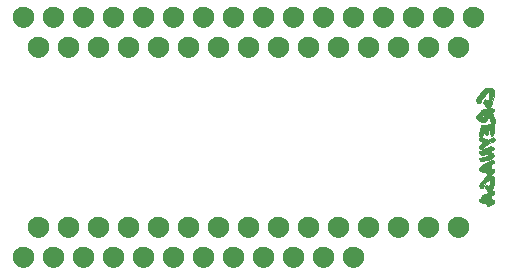
<source format=gbr>
G04 #@! TF.GenerationSoftware,KiCad,Pcbnew,5.1.5-52549c5~84~ubuntu18.04.1*
G04 #@! TF.CreationDate,2020-01-02T10:07:06-07:00*
G04 #@! TF.ProjectId,FeatherWing_KC5,46656174-6865-4725-9769-6e675f4b4335,rev?*
G04 #@! TF.SameCoordinates,Original*
G04 #@! TF.FileFunction,Soldermask,Bot*
G04 #@! TF.FilePolarity,Negative*
%FSLAX46Y46*%
G04 Gerber Fmt 4.6, Leading zero omitted, Abs format (unit mm)*
G04 Created by KiCad (PCBNEW 5.1.5-52549c5~84~ubuntu18.04.1) date 2020-01-02 10:07:06*
%MOMM*%
%LPD*%
G04 APERTURE LIST*
%ADD10C,0.010000*%
%ADD11C,0.100000*%
G04 APERTURE END LIST*
D10*
G36*
X160881771Y-89800854D02*
G01*
X160934887Y-89884192D01*
X161014436Y-89966858D01*
X161113071Y-90043496D01*
X161223445Y-90108750D01*
X161338212Y-90157263D01*
X161450026Y-90183676D01*
X161499753Y-90186934D01*
X161564602Y-90184115D01*
X161610716Y-90170566D01*
X161654941Y-90138644D01*
X161698070Y-90096975D01*
X161749162Y-90037986D01*
X161791482Y-89969288D01*
X161831790Y-89878689D01*
X161857812Y-89808765D01*
X161890371Y-89719252D01*
X161913129Y-89664279D01*
X161929639Y-89638210D01*
X161943455Y-89635413D01*
X161957950Y-89650015D01*
X162017205Y-89747500D01*
X162063404Y-89867644D01*
X162100093Y-90019801D01*
X162102110Y-90030369D01*
X162120042Y-90118834D01*
X162137631Y-90194297D01*
X162152015Y-90244868D01*
X162156361Y-90255725D01*
X162163017Y-90280084D01*
X162143796Y-90290640D01*
X162097116Y-90292767D01*
X162031990Y-90303770D01*
X161941393Y-90334549D01*
X161844187Y-90377434D01*
X161748618Y-90422345D01*
X161682775Y-90449038D01*
X161639152Y-90459438D01*
X161610242Y-90455472D01*
X161591624Y-90442239D01*
X161560340Y-90428268D01*
X161502553Y-90414439D01*
X161462484Y-90408040D01*
X161396695Y-90401444D01*
X161358453Y-90406183D01*
X161333695Y-90425811D01*
X161321030Y-90443776D01*
X161298191Y-90494088D01*
X161271178Y-90577148D01*
X161242218Y-90683859D01*
X161213537Y-90805122D01*
X161187361Y-90931838D01*
X161165917Y-91054909D01*
X161157917Y-91110331D01*
X161146361Y-91201799D01*
X161141601Y-91261298D01*
X161144447Y-91298764D01*
X161155706Y-91324137D01*
X161176187Y-91347352D01*
X161177288Y-91348456D01*
X161209520Y-91387128D01*
X161222266Y-91414600D01*
X161240624Y-91429602D01*
X161284230Y-91435767D01*
X161351112Y-91415754D01*
X161404325Y-91356051D01*
X161443497Y-91257156D01*
X161455110Y-91206939D01*
X161474503Y-91118780D01*
X161497304Y-91029654D01*
X161508499Y-90991267D01*
X161529511Y-90919508D01*
X161546328Y-90854452D01*
X161549991Y-90837809D01*
X161570282Y-90792935D01*
X161596006Y-90779600D01*
X161613299Y-90784789D01*
X161621750Y-90806038D01*
X161622470Y-90851873D01*
X161616567Y-90930820D01*
X161616209Y-90934795D01*
X161602145Y-91089990D01*
X161675368Y-91167628D01*
X161723950Y-91212661D01*
X161765940Y-91240677D01*
X161781333Y-91245267D01*
X161808575Y-91228131D01*
X161845952Y-91183664D01*
X161877806Y-91134142D01*
X161911669Y-91069470D01*
X161931004Y-91012190D01*
X161939722Y-90945442D01*
X161941734Y-90858664D01*
X161942544Y-90775684D01*
X161947189Y-90723984D01*
X161959366Y-90692511D01*
X161982772Y-90670213D01*
X162010725Y-90652368D01*
X162059223Y-90625112D01*
X162091885Y-90610919D01*
X162095391Y-90610346D01*
X162106267Y-90629798D01*
X162110740Y-90682793D01*
X162109130Y-90761080D01*
X162101760Y-90856406D01*
X162088951Y-90960519D01*
X162079416Y-91020196D01*
X162047566Y-91202838D01*
X162125067Y-91275938D01*
X162178982Y-91320396D01*
X162221409Y-91333001D01*
X162264449Y-91312835D01*
X162318052Y-91261284D01*
X162353656Y-91201163D01*
X162385502Y-91103112D01*
X162412558Y-90971444D01*
X162433791Y-90810475D01*
X162438980Y-90755869D01*
X162441901Y-90598931D01*
X162420230Y-90475915D01*
X162373820Y-90386180D01*
X162348154Y-90359338D01*
X162312943Y-90327081D01*
X162308624Y-90315747D01*
X162333601Y-90319119D01*
X162338065Y-90320120D01*
X162394969Y-90311777D01*
X162438607Y-90281018D01*
X162479346Y-90214478D01*
X162491277Y-90117365D01*
X162474407Y-89990118D01*
X162430315Y-89837684D01*
X162359947Y-89655572D01*
X162287292Y-89507006D01*
X162217100Y-89400220D01*
X162217100Y-90292767D01*
X162234522Y-90300511D01*
X162231211Y-90306878D01*
X162206091Y-90309411D01*
X162202988Y-90306878D01*
X162205894Y-90294294D01*
X162217100Y-90292767D01*
X162217100Y-89400220D01*
X162214399Y-89396110D01*
X162205807Y-89385618D01*
X162171802Y-89343560D01*
X162163988Y-89324476D01*
X162180877Y-89319303D01*
X162194894Y-89319100D01*
X162241818Y-89309662D01*
X162303549Y-89286131D01*
X162321988Y-89277249D01*
X162389685Y-89225190D01*
X162422304Y-89160187D01*
X162417100Y-89089955D01*
X162400497Y-89056858D01*
X162351417Y-89014341D01*
X162274483Y-88982553D01*
X162183629Y-88965456D01*
X162092792Y-88967014D01*
X162087397Y-88967827D01*
X161999820Y-88981831D01*
X162065731Y-88906763D01*
X162105979Y-88858295D01*
X162138670Y-88810521D01*
X162167156Y-88755644D01*
X162194786Y-88685865D01*
X162224912Y-88593385D01*
X162260886Y-88470405D01*
X162275554Y-88418443D01*
X162339802Y-88172458D01*
X162384802Y-87960996D01*
X162410471Y-87784715D01*
X162416731Y-87644271D01*
X162403500Y-87540323D01*
X162387794Y-87498767D01*
X162308752Y-87391559D01*
X162199752Y-87310704D01*
X162066062Y-87259074D01*
X161912950Y-87239544D01*
X161912545Y-87239538D01*
X161807340Y-87256786D01*
X161689420Y-87308936D01*
X161563204Y-87392174D01*
X161433107Y-87502690D01*
X161303548Y-87636671D01*
X161178944Y-87790307D01*
X161063711Y-87959786D01*
X161047951Y-87985600D01*
X160997010Y-88068883D01*
X160949904Y-88143482D01*
X160913614Y-88198448D01*
X160901060Y-88215996D01*
X160875884Y-88262893D01*
X160863492Y-88313123D01*
X160865692Y-88352406D01*
X160882014Y-88366600D01*
X160902805Y-88383571D01*
X160933669Y-88426732D01*
X160951041Y-88456238D01*
X160988412Y-88514122D01*
X161027538Y-88544437D01*
X161084341Y-88559505D01*
X161084511Y-88559533D01*
X161143489Y-88566256D01*
X161185271Y-88565937D01*
X161191053Y-88564548D01*
X161210104Y-88542720D01*
X161241457Y-88491972D01*
X161279467Y-88421723D01*
X161294192Y-88392462D01*
X161346308Y-88293088D01*
X161406980Y-88186601D01*
X161463501Y-88095265D01*
X161466031Y-88091434D01*
X161531781Y-88003938D01*
X161619899Y-87902594D01*
X161719564Y-87798532D01*
X161819953Y-87702880D01*
X161910247Y-87626768D01*
X161936729Y-87607315D01*
X161982059Y-87578469D01*
X162005592Y-87574269D01*
X162018463Y-87592762D01*
X162018541Y-87592963D01*
X162025248Y-87642500D01*
X162022623Y-87724674D01*
X162011550Y-87831038D01*
X161992911Y-87953146D01*
X161973683Y-88051409D01*
X161973683Y-88980434D01*
X161984266Y-88991017D01*
X161973683Y-89001600D01*
X161963100Y-88991017D01*
X161973683Y-88980434D01*
X161973683Y-88051409D01*
X161967589Y-88082552D01*
X161967175Y-88084450D01*
X161942609Y-88194308D01*
X161922988Y-88268024D01*
X161904418Y-88310858D01*
X161883009Y-88328071D01*
X161854867Y-88324920D01*
X161816099Y-88306666D01*
X161806504Y-88301546D01*
X161750450Y-88277025D01*
X161706883Y-88267524D01*
X161697466Y-88268824D01*
X161667898Y-88265105D01*
X161661573Y-88255770D01*
X161640683Y-88239728D01*
X161604569Y-88256090D01*
X161559457Y-88300761D01*
X161527776Y-88343763D01*
X161471469Y-88428848D01*
X161553243Y-88589661D01*
X161609333Y-88687736D01*
X161678547Y-88791748D01*
X161746132Y-88879561D01*
X161747649Y-88881329D01*
X161802393Y-88947035D01*
X161830957Y-88987983D01*
X161836463Y-89009966D01*
X161822033Y-89018778D01*
X161821732Y-89018831D01*
X161764620Y-89029815D01*
X161685274Y-89046541D01*
X161593290Y-89066806D01*
X161555198Y-89075465D01*
X161555198Y-89490721D01*
X161576509Y-89494145D01*
X161575567Y-89530104D01*
X161554410Y-89600932D01*
X161527617Y-89675331D01*
X161492436Y-89759195D01*
X161460390Y-89804053D01*
X161425885Y-89812322D01*
X161383326Y-89786422D01*
X161348865Y-89752590D01*
X161323026Y-89720557D01*
X161317009Y-89692759D01*
X161334596Y-89661509D01*
X161379572Y-89619121D01*
X161437681Y-89572132D01*
X161509601Y-89517495D01*
X161555198Y-89490721D01*
X161555198Y-89075465D01*
X161498260Y-89088409D01*
X161409779Y-89109149D01*
X161337440Y-89126825D01*
X161290838Y-89139235D01*
X161278997Y-89143367D01*
X161268448Y-89170273D01*
X161269451Y-89215557D01*
X161271084Y-89249976D01*
X161261187Y-89281148D01*
X161234372Y-89315444D01*
X161185249Y-89359234D01*
X161108431Y-89418890D01*
X161078457Y-89441373D01*
X160975229Y-89529191D01*
X160903518Y-89613647D01*
X160866711Y-89690334D01*
X160862433Y-89722203D01*
X160881771Y-89800854D01*
G37*
X160881771Y-89800854D02*
X160934887Y-89884192D01*
X161014436Y-89966858D01*
X161113071Y-90043496D01*
X161223445Y-90108750D01*
X161338212Y-90157263D01*
X161450026Y-90183676D01*
X161499753Y-90186934D01*
X161564602Y-90184115D01*
X161610716Y-90170566D01*
X161654941Y-90138644D01*
X161698070Y-90096975D01*
X161749162Y-90037986D01*
X161791482Y-89969288D01*
X161831790Y-89878689D01*
X161857812Y-89808765D01*
X161890371Y-89719252D01*
X161913129Y-89664279D01*
X161929639Y-89638210D01*
X161943455Y-89635413D01*
X161957950Y-89650015D01*
X162017205Y-89747500D01*
X162063404Y-89867644D01*
X162100093Y-90019801D01*
X162102110Y-90030369D01*
X162120042Y-90118834D01*
X162137631Y-90194297D01*
X162152015Y-90244868D01*
X162156361Y-90255725D01*
X162163017Y-90280084D01*
X162143796Y-90290640D01*
X162097116Y-90292767D01*
X162031990Y-90303770D01*
X161941393Y-90334549D01*
X161844187Y-90377434D01*
X161748618Y-90422345D01*
X161682775Y-90449038D01*
X161639152Y-90459438D01*
X161610242Y-90455472D01*
X161591624Y-90442239D01*
X161560340Y-90428268D01*
X161502553Y-90414439D01*
X161462484Y-90408040D01*
X161396695Y-90401444D01*
X161358453Y-90406183D01*
X161333695Y-90425811D01*
X161321030Y-90443776D01*
X161298191Y-90494088D01*
X161271178Y-90577148D01*
X161242218Y-90683859D01*
X161213537Y-90805122D01*
X161187361Y-90931838D01*
X161165917Y-91054909D01*
X161157917Y-91110331D01*
X161146361Y-91201799D01*
X161141601Y-91261298D01*
X161144447Y-91298764D01*
X161155706Y-91324137D01*
X161176187Y-91347352D01*
X161177288Y-91348456D01*
X161209520Y-91387128D01*
X161222266Y-91414600D01*
X161240624Y-91429602D01*
X161284230Y-91435767D01*
X161351112Y-91415754D01*
X161404325Y-91356051D01*
X161443497Y-91257156D01*
X161455110Y-91206939D01*
X161474503Y-91118780D01*
X161497304Y-91029654D01*
X161508499Y-90991267D01*
X161529511Y-90919508D01*
X161546328Y-90854452D01*
X161549991Y-90837809D01*
X161570282Y-90792935D01*
X161596006Y-90779600D01*
X161613299Y-90784789D01*
X161621750Y-90806038D01*
X161622470Y-90851873D01*
X161616567Y-90930820D01*
X161616209Y-90934795D01*
X161602145Y-91089990D01*
X161675368Y-91167628D01*
X161723950Y-91212661D01*
X161765940Y-91240677D01*
X161781333Y-91245267D01*
X161808575Y-91228131D01*
X161845952Y-91183664D01*
X161877806Y-91134142D01*
X161911669Y-91069470D01*
X161931004Y-91012190D01*
X161939722Y-90945442D01*
X161941734Y-90858664D01*
X161942544Y-90775684D01*
X161947189Y-90723984D01*
X161959366Y-90692511D01*
X161982772Y-90670213D01*
X162010725Y-90652368D01*
X162059223Y-90625112D01*
X162091885Y-90610919D01*
X162095391Y-90610346D01*
X162106267Y-90629798D01*
X162110740Y-90682793D01*
X162109130Y-90761080D01*
X162101760Y-90856406D01*
X162088951Y-90960519D01*
X162079416Y-91020196D01*
X162047566Y-91202838D01*
X162125067Y-91275938D01*
X162178982Y-91320396D01*
X162221409Y-91333001D01*
X162264449Y-91312835D01*
X162318052Y-91261284D01*
X162353656Y-91201163D01*
X162385502Y-91103112D01*
X162412558Y-90971444D01*
X162433791Y-90810475D01*
X162438980Y-90755869D01*
X162441901Y-90598931D01*
X162420230Y-90475915D01*
X162373820Y-90386180D01*
X162348154Y-90359338D01*
X162312943Y-90327081D01*
X162308624Y-90315747D01*
X162333601Y-90319119D01*
X162338065Y-90320120D01*
X162394969Y-90311777D01*
X162438607Y-90281018D01*
X162479346Y-90214478D01*
X162491277Y-90117365D01*
X162474407Y-89990118D01*
X162430315Y-89837684D01*
X162359947Y-89655572D01*
X162287292Y-89507006D01*
X162217100Y-89400220D01*
X162217100Y-90292767D01*
X162234522Y-90300511D01*
X162231211Y-90306878D01*
X162206091Y-90309411D01*
X162202988Y-90306878D01*
X162205894Y-90294294D01*
X162217100Y-90292767D01*
X162217100Y-89400220D01*
X162214399Y-89396110D01*
X162205807Y-89385618D01*
X162171802Y-89343560D01*
X162163988Y-89324476D01*
X162180877Y-89319303D01*
X162194894Y-89319100D01*
X162241818Y-89309662D01*
X162303549Y-89286131D01*
X162321988Y-89277249D01*
X162389685Y-89225190D01*
X162422304Y-89160187D01*
X162417100Y-89089955D01*
X162400497Y-89056858D01*
X162351417Y-89014341D01*
X162274483Y-88982553D01*
X162183629Y-88965456D01*
X162092792Y-88967014D01*
X162087397Y-88967827D01*
X161999820Y-88981831D01*
X162065731Y-88906763D01*
X162105979Y-88858295D01*
X162138670Y-88810521D01*
X162167156Y-88755644D01*
X162194786Y-88685865D01*
X162224912Y-88593385D01*
X162260886Y-88470405D01*
X162275554Y-88418443D01*
X162339802Y-88172458D01*
X162384802Y-87960996D01*
X162410471Y-87784715D01*
X162416731Y-87644271D01*
X162403500Y-87540323D01*
X162387794Y-87498767D01*
X162308752Y-87391559D01*
X162199752Y-87310704D01*
X162066062Y-87259074D01*
X161912950Y-87239544D01*
X161912545Y-87239538D01*
X161807340Y-87256786D01*
X161689420Y-87308936D01*
X161563204Y-87392174D01*
X161433107Y-87502690D01*
X161303548Y-87636671D01*
X161178944Y-87790307D01*
X161063711Y-87959786D01*
X161047951Y-87985600D01*
X160997010Y-88068883D01*
X160949904Y-88143482D01*
X160913614Y-88198448D01*
X160901060Y-88215996D01*
X160875884Y-88262893D01*
X160863492Y-88313123D01*
X160865692Y-88352406D01*
X160882014Y-88366600D01*
X160902805Y-88383571D01*
X160933669Y-88426732D01*
X160951041Y-88456238D01*
X160988412Y-88514122D01*
X161027538Y-88544437D01*
X161084341Y-88559505D01*
X161084511Y-88559533D01*
X161143489Y-88566256D01*
X161185271Y-88565937D01*
X161191053Y-88564548D01*
X161210104Y-88542720D01*
X161241457Y-88491972D01*
X161279467Y-88421723D01*
X161294192Y-88392462D01*
X161346308Y-88293088D01*
X161406980Y-88186601D01*
X161463501Y-88095265D01*
X161466031Y-88091434D01*
X161531781Y-88003938D01*
X161619899Y-87902594D01*
X161719564Y-87798532D01*
X161819953Y-87702880D01*
X161910247Y-87626768D01*
X161936729Y-87607315D01*
X161982059Y-87578469D01*
X162005592Y-87574269D01*
X162018463Y-87592762D01*
X162018541Y-87592963D01*
X162025248Y-87642500D01*
X162022623Y-87724674D01*
X162011550Y-87831038D01*
X161992911Y-87953146D01*
X161973683Y-88051409D01*
X161973683Y-88980434D01*
X161984266Y-88991017D01*
X161973683Y-89001600D01*
X161963100Y-88991017D01*
X161973683Y-88980434D01*
X161973683Y-88051409D01*
X161967589Y-88082552D01*
X161967175Y-88084450D01*
X161942609Y-88194308D01*
X161922988Y-88268024D01*
X161904418Y-88310858D01*
X161883009Y-88328071D01*
X161854867Y-88324920D01*
X161816099Y-88306666D01*
X161806504Y-88301546D01*
X161750450Y-88277025D01*
X161706883Y-88267524D01*
X161697466Y-88268824D01*
X161667898Y-88265105D01*
X161661573Y-88255770D01*
X161640683Y-88239728D01*
X161604569Y-88256090D01*
X161559457Y-88300761D01*
X161527776Y-88343763D01*
X161471469Y-88428848D01*
X161553243Y-88589661D01*
X161609333Y-88687736D01*
X161678547Y-88791748D01*
X161746132Y-88879561D01*
X161747649Y-88881329D01*
X161802393Y-88947035D01*
X161830957Y-88987983D01*
X161836463Y-89009966D01*
X161822033Y-89018778D01*
X161821732Y-89018831D01*
X161764620Y-89029815D01*
X161685274Y-89046541D01*
X161593290Y-89066806D01*
X161555198Y-89075465D01*
X161555198Y-89490721D01*
X161576509Y-89494145D01*
X161575567Y-89530104D01*
X161554410Y-89600932D01*
X161527617Y-89675331D01*
X161492436Y-89759195D01*
X161460390Y-89804053D01*
X161425885Y-89812322D01*
X161383326Y-89786422D01*
X161348865Y-89752590D01*
X161323026Y-89720557D01*
X161317009Y-89692759D01*
X161334596Y-89661509D01*
X161379572Y-89619121D01*
X161437681Y-89572132D01*
X161509601Y-89517495D01*
X161555198Y-89490721D01*
X161555198Y-89075465D01*
X161498260Y-89088409D01*
X161409779Y-89109149D01*
X161337440Y-89126825D01*
X161290838Y-89139235D01*
X161278997Y-89143367D01*
X161268448Y-89170273D01*
X161269451Y-89215557D01*
X161271084Y-89249976D01*
X161261187Y-89281148D01*
X161234372Y-89315444D01*
X161185249Y-89359234D01*
X161108431Y-89418890D01*
X161078457Y-89441373D01*
X160975229Y-89529191D01*
X160903518Y-89613647D01*
X160866711Y-89690334D01*
X160862433Y-89722203D01*
X160881771Y-89800854D01*
G36*
X161130010Y-92322073D02*
G01*
X161164536Y-92372889D01*
X161188050Y-92400586D01*
X161233287Y-92443719D01*
X161274756Y-92463978D01*
X161319364Y-92459494D01*
X161374020Y-92428399D01*
X161445630Y-92368824D01*
X161503006Y-92315404D01*
X161610528Y-92225052D01*
X161755953Y-92122030D01*
X161937230Y-92007661D01*
X162152308Y-91883267D01*
X162291183Y-91807341D01*
X162396368Y-91745932D01*
X162463213Y-91695327D01*
X162490774Y-91656272D01*
X162491438Y-91648680D01*
X162483199Y-91622951D01*
X162464320Y-91576528D01*
X162462719Y-91572837D01*
X162418339Y-91513622D01*
X162352677Y-91470890D01*
X162292335Y-91456934D01*
X162262491Y-91466167D01*
X162204502Y-91491101D01*
X162127614Y-91527583D01*
X162065790Y-91558647D01*
X161867850Y-91660360D01*
X161798284Y-91613152D01*
X161739895Y-91581669D01*
X161661177Y-91554480D01*
X161555656Y-91529899D01*
X161416859Y-91506239D01*
X161351417Y-91496773D01*
X161269523Y-91486491D01*
X161217994Y-91484446D01*
X161185470Y-91491717D01*
X161160593Y-91509386D01*
X161154273Y-91515519D01*
X161131330Y-91541314D01*
X161125313Y-91565580D01*
X161136876Y-91602198D01*
X161160765Y-91652883D01*
X161193406Y-91711830D01*
X161229896Y-91752429D01*
X161280443Y-91780997D01*
X161355251Y-91803848D01*
X161432029Y-91820752D01*
X161567708Y-91848517D01*
X161461110Y-91923059D01*
X161337751Y-92015753D01*
X161237979Y-92103910D01*
X161165634Y-92183488D01*
X161124554Y-92250445D01*
X161116433Y-92285965D01*
X161130010Y-92322073D01*
G37*
X161130010Y-92322073D02*
X161164536Y-92372889D01*
X161188050Y-92400586D01*
X161233287Y-92443719D01*
X161274756Y-92463978D01*
X161319364Y-92459494D01*
X161374020Y-92428399D01*
X161445630Y-92368824D01*
X161503006Y-92315404D01*
X161610528Y-92225052D01*
X161755953Y-92122030D01*
X161937230Y-92007661D01*
X162152308Y-91883267D01*
X162291183Y-91807341D01*
X162396368Y-91745932D01*
X162463213Y-91695327D01*
X162490774Y-91656272D01*
X162491438Y-91648680D01*
X162483199Y-91622951D01*
X162464320Y-91576528D01*
X162462719Y-91572837D01*
X162418339Y-91513622D01*
X162352677Y-91470890D01*
X162292335Y-91456934D01*
X162262491Y-91466167D01*
X162204502Y-91491101D01*
X162127614Y-91527583D01*
X162065790Y-91558647D01*
X161867850Y-91660360D01*
X161798284Y-91613152D01*
X161739895Y-91581669D01*
X161661177Y-91554480D01*
X161555656Y-91529899D01*
X161416859Y-91506239D01*
X161351417Y-91496773D01*
X161269523Y-91486491D01*
X161217994Y-91484446D01*
X161185470Y-91491717D01*
X161160593Y-91509386D01*
X161154273Y-91515519D01*
X161131330Y-91541314D01*
X161125313Y-91565580D01*
X161136876Y-91602198D01*
X161160765Y-91652883D01*
X161193406Y-91711830D01*
X161229896Y-91752429D01*
X161280443Y-91780997D01*
X161355251Y-91803848D01*
X161432029Y-91820752D01*
X161567708Y-91848517D01*
X161461110Y-91923059D01*
X161337751Y-92015753D01*
X161237979Y-92103910D01*
X161165634Y-92183488D01*
X161124554Y-92250445D01*
X161116433Y-92285965D01*
X161130010Y-92322073D01*
G36*
X161149737Y-95590760D02*
G01*
X161179948Y-95644947D01*
X161218933Y-95698864D01*
X161257391Y-95739523D01*
X161284234Y-95754056D01*
X161332098Y-95759712D01*
X161362706Y-95766471D01*
X161385128Y-95767481D01*
X161407644Y-95753710D01*
X161435037Y-95719250D01*
X161472089Y-95658191D01*
X161518592Y-95573864D01*
X161655033Y-95351060D01*
X161803129Y-95166696D01*
X161959290Y-95022512D01*
X162079516Y-94927965D01*
X162090100Y-95049824D01*
X162093782Y-95117340D01*
X162092361Y-95165955D01*
X162087928Y-95182267D01*
X162078029Y-95207706D01*
X162066862Y-95260939D01*
X162061131Y-95298684D01*
X162046580Y-95383942D01*
X162027083Y-95469763D01*
X162020374Y-95493870D01*
X161993659Y-95583224D01*
X161933626Y-95552079D01*
X161882956Y-95530020D01*
X161846027Y-95520934D01*
X161815098Y-95505370D01*
X161810393Y-95496732D01*
X161790105Y-95483091D01*
X161755347Y-95498419D01*
X161715056Y-95536410D01*
X161678768Y-95589634D01*
X161640199Y-95661253D01*
X161727335Y-95820020D01*
X161774437Y-95900331D01*
X161821597Y-95971634D01*
X161860247Y-96021182D01*
X161867619Y-96028717D01*
X161903582Y-96068647D01*
X161920320Y-96099355D01*
X161920479Y-96101415D01*
X161902157Y-96118954D01*
X161857266Y-96145442D01*
X161857266Y-96517195D01*
X161857266Y-96599416D01*
X161854282Y-96661228D01*
X161846932Y-96707740D01*
X161845227Y-96713011D01*
X161822834Y-96730268D01*
X161773177Y-96728830D01*
X161692067Y-96708282D01*
X161645738Y-96693216D01*
X161635467Y-96676402D01*
X161662115Y-96644839D01*
X161726439Y-96597812D01*
X161788475Y-96558818D01*
X161857266Y-96517195D01*
X161857266Y-96145442D01*
X161853016Y-96147950D01*
X161781398Y-96183792D01*
X161726118Y-96208850D01*
X161584733Y-96273228D01*
X161480097Y-96327560D01*
X161408522Y-96374342D01*
X161366324Y-96416069D01*
X161349817Y-96455238D01*
X161349266Y-96464012D01*
X161330654Y-96522082D01*
X161278793Y-96588739D01*
X161199648Y-96656623D01*
X161184550Y-96667315D01*
X161156461Y-96690059D01*
X161146424Y-96715590D01*
X161152175Y-96758182D01*
X161163256Y-96801587D01*
X161192217Y-96878469D01*
X161235778Y-96927270D01*
X161304107Y-96956196D01*
X161370433Y-96968774D01*
X161441055Y-96980450D01*
X161532431Y-96997751D01*
X161619141Y-97015731D01*
X161700921Y-97035652D01*
X161748464Y-97053608D01*
X161769491Y-97073242D01*
X161772600Y-97088182D01*
X161783352Y-97133770D01*
X161809861Y-97189094D01*
X161843502Y-97240098D01*
X161875652Y-97272728D01*
X161888914Y-97277767D01*
X161918380Y-97262952D01*
X161961059Y-97225513D01*
X161981179Y-97203966D01*
X162025036Y-97158699D01*
X162062359Y-97139661D01*
X162112160Y-97139322D01*
X162136830Y-97142331D01*
X162235151Y-97135317D01*
X162324401Y-97089748D01*
X162398279Y-97009310D01*
X162416720Y-96978530D01*
X162441885Y-96923957D01*
X162444927Y-96882137D01*
X162429570Y-96835206D01*
X162403287Y-96791093D01*
X162377046Y-96777180D01*
X162374813Y-96777819D01*
X162342071Y-96771544D01*
X162311058Y-96747173D01*
X162272170Y-96712674D01*
X162243906Y-96715429D01*
X162216223Y-96757205D01*
X162212678Y-96764475D01*
X162181926Y-96808331D01*
X162151944Y-96823118D01*
X162132495Y-96808198D01*
X162131886Y-96769767D01*
X162137515Y-96719471D01*
X162141396Y-96645910D01*
X162142469Y-96590600D01*
X162140564Y-96517229D01*
X162131740Y-96474372D01*
X162112533Y-96450354D01*
X162098405Y-96441984D01*
X162071622Y-96419646D01*
X162080274Y-96395411D01*
X162126358Y-96367517D01*
X162211869Y-96334200D01*
X162225850Y-96329425D01*
X162298542Y-96300828D01*
X162359871Y-96269686D01*
X162386425Y-96251191D01*
X162420348Y-96197784D01*
X162426967Y-96134191D01*
X162409849Y-96072960D01*
X162372561Y-96026640D01*
X162318670Y-96007778D01*
X162317224Y-96007767D01*
X162279617Y-95996135D01*
X162269981Y-95986543D01*
X162241760Y-95976847D01*
X162217920Y-95986161D01*
X162194548Y-95996894D01*
X162190215Y-95988653D01*
X162204810Y-95953652D01*
X162217082Y-95928010D01*
X162239451Y-95871658D01*
X162268515Y-95784205D01*
X162301367Y-95675780D01*
X162335102Y-95556515D01*
X162366816Y-95436537D01*
X162393602Y-95325977D01*
X162405642Y-95270610D01*
X162428677Y-95099852D01*
X162421292Y-94958153D01*
X162382955Y-94844593D01*
X162313133Y-94758251D01*
X162211295Y-94698205D01*
X162076907Y-94663535D01*
X162052921Y-94660348D01*
X161947370Y-94647847D01*
X161991280Y-94581682D01*
X162023834Y-94539988D01*
X162058578Y-94522703D01*
X162113640Y-94521990D01*
X162127029Y-94523010D01*
X162201229Y-94521637D01*
X162269543Y-94508809D01*
X162282033Y-94504340D01*
X162353851Y-94457036D01*
X162406815Y-94388703D01*
X162435131Y-94311150D01*
X162433002Y-94236185D01*
X162424564Y-94213892D01*
X162393623Y-94177315D01*
X162365312Y-94166267D01*
X162324712Y-94151512D01*
X162291635Y-94124433D01*
X162252201Y-94095280D01*
X162225738Y-94104723D01*
X162217100Y-94145605D01*
X162203468Y-94180279D01*
X162172766Y-94209936D01*
X162140282Y-94222382D01*
X162127101Y-94217379D01*
X162124393Y-94191703D01*
X162131418Y-94141852D01*
X162134396Y-94128165D01*
X162152662Y-94011656D01*
X162149735Y-93916562D01*
X162126174Y-93849394D01*
X162108726Y-93829800D01*
X162063853Y-93793464D01*
X162117345Y-93758415D01*
X162171730Y-93731284D01*
X162243172Y-93705748D01*
X162267108Y-93699125D01*
X162354319Y-93661779D01*
X162408406Y-93604145D01*
X162425867Y-93530313D01*
X162424763Y-93514854D01*
X162401363Y-93462547D01*
X162352691Y-93414444D01*
X162293178Y-93380942D01*
X162237257Y-93372434D01*
X162229408Y-93374145D01*
X162210395Y-93380641D01*
X162180321Y-93392715D01*
X162135253Y-93412137D01*
X162071262Y-93440679D01*
X161984416Y-93480110D01*
X161870785Y-93532201D01*
X161857266Y-93538431D01*
X161857266Y-93909558D01*
X161857266Y-94004913D01*
X161853170Y-94064990D01*
X161842837Y-94105317D01*
X161837185Y-94112679D01*
X161806211Y-94115240D01*
X161750716Y-94107528D01*
X161719949Y-94100626D01*
X161662735Y-94084540D01*
X161640019Y-94070685D01*
X161644853Y-94052668D01*
X161654861Y-94040728D01*
X161692969Y-94008557D01*
X161750139Y-93970304D01*
X161772097Y-93957426D01*
X161857266Y-93909558D01*
X161857266Y-93538431D01*
X161726438Y-93598723D01*
X161557706Y-93676700D01*
X161460349Y-93725154D01*
X161397292Y-93766270D01*
X161362442Y-93805382D01*
X161349708Y-93847825D01*
X161349266Y-93859221D01*
X161329937Y-93909650D01*
X161271784Y-93975738D01*
X161243485Y-94001519D01*
X161137704Y-94094053D01*
X161174694Y-94209535D01*
X161197145Y-94274912D01*
X161218946Y-94311264D01*
X161252167Y-94329941D01*
X161308880Y-94342296D01*
X161317516Y-94343835D01*
X161465433Y-94370599D01*
X161576801Y-94392248D01*
X161656864Y-94410402D01*
X161710868Y-94426683D01*
X161744056Y-94442711D01*
X161761674Y-94460108D01*
X161768966Y-94480494D01*
X161769437Y-94483507D01*
X161787279Y-94539055D01*
X161817062Y-94592590D01*
X161847440Y-94641498D01*
X161851059Y-94676177D01*
X161824130Y-94707598D01*
X161764071Y-94746027D01*
X161708257Y-94786181D01*
X161636689Y-94848070D01*
X161561098Y-94921236D01*
X161525946Y-94958254D01*
X161464461Y-95030446D01*
X161396875Y-95118491D01*
X161328145Y-95214845D01*
X161263227Y-95311966D01*
X161207078Y-95402307D01*
X161164656Y-95478327D01*
X161140916Y-95532480D01*
X161137600Y-95549291D01*
X161149737Y-95590760D01*
G37*
X161149737Y-95590760D02*
X161179948Y-95644947D01*
X161218933Y-95698864D01*
X161257391Y-95739523D01*
X161284234Y-95754056D01*
X161332098Y-95759712D01*
X161362706Y-95766471D01*
X161385128Y-95767481D01*
X161407644Y-95753710D01*
X161435037Y-95719250D01*
X161472089Y-95658191D01*
X161518592Y-95573864D01*
X161655033Y-95351060D01*
X161803129Y-95166696D01*
X161959290Y-95022512D01*
X162079516Y-94927965D01*
X162090100Y-95049824D01*
X162093782Y-95117340D01*
X162092361Y-95165955D01*
X162087928Y-95182267D01*
X162078029Y-95207706D01*
X162066862Y-95260939D01*
X162061131Y-95298684D01*
X162046580Y-95383942D01*
X162027083Y-95469763D01*
X162020374Y-95493870D01*
X161993659Y-95583224D01*
X161933626Y-95552079D01*
X161882956Y-95530020D01*
X161846027Y-95520934D01*
X161815098Y-95505370D01*
X161810393Y-95496732D01*
X161790105Y-95483091D01*
X161755347Y-95498419D01*
X161715056Y-95536410D01*
X161678768Y-95589634D01*
X161640199Y-95661253D01*
X161727335Y-95820020D01*
X161774437Y-95900331D01*
X161821597Y-95971634D01*
X161860247Y-96021182D01*
X161867619Y-96028717D01*
X161903582Y-96068647D01*
X161920320Y-96099355D01*
X161920479Y-96101415D01*
X161902157Y-96118954D01*
X161857266Y-96145442D01*
X161857266Y-96517195D01*
X161857266Y-96599416D01*
X161854282Y-96661228D01*
X161846932Y-96707740D01*
X161845227Y-96713011D01*
X161822834Y-96730268D01*
X161773177Y-96728830D01*
X161692067Y-96708282D01*
X161645738Y-96693216D01*
X161635467Y-96676402D01*
X161662115Y-96644839D01*
X161726439Y-96597812D01*
X161788475Y-96558818D01*
X161857266Y-96517195D01*
X161857266Y-96145442D01*
X161853016Y-96147950D01*
X161781398Y-96183792D01*
X161726118Y-96208850D01*
X161584733Y-96273228D01*
X161480097Y-96327560D01*
X161408522Y-96374342D01*
X161366324Y-96416069D01*
X161349817Y-96455238D01*
X161349266Y-96464012D01*
X161330654Y-96522082D01*
X161278793Y-96588739D01*
X161199648Y-96656623D01*
X161184550Y-96667315D01*
X161156461Y-96690059D01*
X161146424Y-96715590D01*
X161152175Y-96758182D01*
X161163256Y-96801587D01*
X161192217Y-96878469D01*
X161235778Y-96927270D01*
X161304107Y-96956196D01*
X161370433Y-96968774D01*
X161441055Y-96980450D01*
X161532431Y-96997751D01*
X161619141Y-97015731D01*
X161700921Y-97035652D01*
X161748464Y-97053608D01*
X161769491Y-97073242D01*
X161772600Y-97088182D01*
X161783352Y-97133770D01*
X161809861Y-97189094D01*
X161843502Y-97240098D01*
X161875652Y-97272728D01*
X161888914Y-97277767D01*
X161918380Y-97262952D01*
X161961059Y-97225513D01*
X161981179Y-97203966D01*
X162025036Y-97158699D01*
X162062359Y-97139661D01*
X162112160Y-97139322D01*
X162136830Y-97142331D01*
X162235151Y-97135317D01*
X162324401Y-97089748D01*
X162398279Y-97009310D01*
X162416720Y-96978530D01*
X162441885Y-96923957D01*
X162444927Y-96882137D01*
X162429570Y-96835206D01*
X162403287Y-96791093D01*
X162377046Y-96777180D01*
X162374813Y-96777819D01*
X162342071Y-96771544D01*
X162311058Y-96747173D01*
X162272170Y-96712674D01*
X162243906Y-96715429D01*
X162216223Y-96757205D01*
X162212678Y-96764475D01*
X162181926Y-96808331D01*
X162151944Y-96823118D01*
X162132495Y-96808198D01*
X162131886Y-96769767D01*
X162137515Y-96719471D01*
X162141396Y-96645910D01*
X162142469Y-96590600D01*
X162140564Y-96517229D01*
X162131740Y-96474372D01*
X162112533Y-96450354D01*
X162098405Y-96441984D01*
X162071622Y-96419646D01*
X162080274Y-96395411D01*
X162126358Y-96367517D01*
X162211869Y-96334200D01*
X162225850Y-96329425D01*
X162298542Y-96300828D01*
X162359871Y-96269686D01*
X162386425Y-96251191D01*
X162420348Y-96197784D01*
X162426967Y-96134191D01*
X162409849Y-96072960D01*
X162372561Y-96026640D01*
X162318670Y-96007778D01*
X162317224Y-96007767D01*
X162279617Y-95996135D01*
X162269981Y-95986543D01*
X162241760Y-95976847D01*
X162217920Y-95986161D01*
X162194548Y-95996894D01*
X162190215Y-95988653D01*
X162204810Y-95953652D01*
X162217082Y-95928010D01*
X162239451Y-95871658D01*
X162268515Y-95784205D01*
X162301367Y-95675780D01*
X162335102Y-95556515D01*
X162366816Y-95436537D01*
X162393602Y-95325977D01*
X162405642Y-95270610D01*
X162428677Y-95099852D01*
X162421292Y-94958153D01*
X162382955Y-94844593D01*
X162313133Y-94758251D01*
X162211295Y-94698205D01*
X162076907Y-94663535D01*
X162052921Y-94660348D01*
X161947370Y-94647847D01*
X161991280Y-94581682D01*
X162023834Y-94539988D01*
X162058578Y-94522703D01*
X162113640Y-94521990D01*
X162127029Y-94523010D01*
X162201229Y-94521637D01*
X162269543Y-94508809D01*
X162282033Y-94504340D01*
X162353851Y-94457036D01*
X162406815Y-94388703D01*
X162435131Y-94311150D01*
X162433002Y-94236185D01*
X162424564Y-94213892D01*
X162393623Y-94177315D01*
X162365312Y-94166267D01*
X162324712Y-94151512D01*
X162291635Y-94124433D01*
X162252201Y-94095280D01*
X162225738Y-94104723D01*
X162217100Y-94145605D01*
X162203468Y-94180279D01*
X162172766Y-94209936D01*
X162140282Y-94222382D01*
X162127101Y-94217379D01*
X162124393Y-94191703D01*
X162131418Y-94141852D01*
X162134396Y-94128165D01*
X162152662Y-94011656D01*
X162149735Y-93916562D01*
X162126174Y-93849394D01*
X162108726Y-93829800D01*
X162063853Y-93793464D01*
X162117345Y-93758415D01*
X162171730Y-93731284D01*
X162243172Y-93705748D01*
X162267108Y-93699125D01*
X162354319Y-93661779D01*
X162408406Y-93604145D01*
X162425867Y-93530313D01*
X162424763Y-93514854D01*
X162401363Y-93462547D01*
X162352691Y-93414444D01*
X162293178Y-93380942D01*
X162237257Y-93372434D01*
X162229408Y-93374145D01*
X162210395Y-93380641D01*
X162180321Y-93392715D01*
X162135253Y-93412137D01*
X162071262Y-93440679D01*
X161984416Y-93480110D01*
X161870785Y-93532201D01*
X161857266Y-93538431D01*
X161857266Y-93909558D01*
X161857266Y-94004913D01*
X161853170Y-94064990D01*
X161842837Y-94105317D01*
X161837185Y-94112679D01*
X161806211Y-94115240D01*
X161750716Y-94107528D01*
X161719949Y-94100626D01*
X161662735Y-94084540D01*
X161640019Y-94070685D01*
X161644853Y-94052668D01*
X161654861Y-94040728D01*
X161692969Y-94008557D01*
X161750139Y-93970304D01*
X161772097Y-93957426D01*
X161857266Y-93909558D01*
X161857266Y-93538431D01*
X161726438Y-93598723D01*
X161557706Y-93676700D01*
X161460349Y-93725154D01*
X161397292Y-93766270D01*
X161362442Y-93805382D01*
X161349708Y-93847825D01*
X161349266Y-93859221D01*
X161329937Y-93909650D01*
X161271784Y-93975738D01*
X161243485Y-94001519D01*
X161137704Y-94094053D01*
X161174694Y-94209535D01*
X161197145Y-94274912D01*
X161218946Y-94311264D01*
X161252167Y-94329941D01*
X161308880Y-94342296D01*
X161317516Y-94343835D01*
X161465433Y-94370599D01*
X161576801Y-94392248D01*
X161656864Y-94410402D01*
X161710868Y-94426683D01*
X161744056Y-94442711D01*
X161761674Y-94460108D01*
X161768966Y-94480494D01*
X161769437Y-94483507D01*
X161787279Y-94539055D01*
X161817062Y-94592590D01*
X161847440Y-94641498D01*
X161851059Y-94676177D01*
X161824130Y-94707598D01*
X161764071Y-94746027D01*
X161708257Y-94786181D01*
X161636689Y-94848070D01*
X161561098Y-94921236D01*
X161525946Y-94958254D01*
X161464461Y-95030446D01*
X161396875Y-95118491D01*
X161328145Y-95214845D01*
X161263227Y-95311966D01*
X161207078Y-95402307D01*
X161164656Y-95478327D01*
X161140916Y-95532480D01*
X161137600Y-95549291D01*
X161149737Y-95590760D01*
G36*
X161129466Y-93258428D02*
G01*
X161158094Y-93301837D01*
X161168474Y-93314699D01*
X161202902Y-93360008D01*
X161221306Y-93392785D01*
X161222266Y-93397467D01*
X161238732Y-93419854D01*
X161279005Y-93449728D01*
X161285323Y-93453555D01*
X161335926Y-93476662D01*
X161386018Y-93478368D01*
X161433490Y-93467886D01*
X161486166Y-93450044D01*
X161516046Y-93432829D01*
X161518600Y-93428028D01*
X161538039Y-93417797D01*
X161590037Y-93404767D01*
X161665114Y-93391121D01*
X161703808Y-93385374D01*
X161915268Y-93344735D01*
X162089575Y-93286815D01*
X162226149Y-93211873D01*
X162324414Y-93120170D01*
X162339915Y-93099119D01*
X162379232Y-93024966D01*
X162385773Y-92958178D01*
X162357828Y-92890870D01*
X162293686Y-92815158D01*
X162274193Y-92796256D01*
X162212080Y-92741419D01*
X162155539Y-92698211D01*
X162116449Y-92675678D01*
X162115443Y-92675343D01*
X162079230Y-92658398D01*
X162069096Y-92646132D01*
X162086870Y-92625975D01*
X162131538Y-92597081D01*
X162190579Y-92566154D01*
X162251470Y-92539899D01*
X162291183Y-92527219D01*
X162360903Y-92496146D01*
X162410481Y-92447084D01*
X162428766Y-92392432D01*
X162413695Y-92347081D01*
X162391725Y-92319930D01*
X162328630Y-92275998D01*
X162249402Y-92235975D01*
X162171133Y-92207419D01*
X162115406Y-92197767D01*
X162078708Y-92206838D01*
X162010257Y-92232330D01*
X161916129Y-92271665D01*
X161802400Y-92322260D01*
X161675146Y-92381536D01*
X161616990Y-92409434D01*
X161491082Y-92469941D01*
X161377522Y-92523705D01*
X161281962Y-92568115D01*
X161210056Y-92600560D01*
X161167456Y-92618430D01*
X161158610Y-92621100D01*
X161139872Y-92632904D01*
X161145248Y-92670835D01*
X161175335Y-92738675D01*
X161177873Y-92743652D01*
X161245428Y-92844640D01*
X161324675Y-92905240D01*
X161417313Y-92926201D01*
X161525036Y-92908271D01*
X161539766Y-92903290D01*
X161592073Y-92891219D01*
X161664715Y-92882578D01*
X161747119Y-92877551D01*
X161828712Y-92876319D01*
X161898923Y-92879067D01*
X161947179Y-92885977D01*
X161963100Y-92895967D01*
X161943884Y-92929223D01*
X161891979Y-92967845D01*
X161816001Y-93007919D01*
X161724563Y-93045528D01*
X161626280Y-93076755D01*
X161529766Y-93097685D01*
X161514500Y-93099892D01*
X161442474Y-93113402D01*
X161359035Y-93134926D01*
X161274690Y-93160958D01*
X161199943Y-93187991D01*
X161145299Y-93212517D01*
X161121265Y-93231028D01*
X161121206Y-93231197D01*
X161129466Y-93258428D01*
G37*
X161129466Y-93258428D02*
X161158094Y-93301837D01*
X161168474Y-93314699D01*
X161202902Y-93360008D01*
X161221306Y-93392785D01*
X161222266Y-93397467D01*
X161238732Y-93419854D01*
X161279005Y-93449728D01*
X161285323Y-93453555D01*
X161335926Y-93476662D01*
X161386018Y-93478368D01*
X161433490Y-93467886D01*
X161486166Y-93450044D01*
X161516046Y-93432829D01*
X161518600Y-93428028D01*
X161538039Y-93417797D01*
X161590037Y-93404767D01*
X161665114Y-93391121D01*
X161703808Y-93385374D01*
X161915268Y-93344735D01*
X162089575Y-93286815D01*
X162226149Y-93211873D01*
X162324414Y-93120170D01*
X162339915Y-93099119D01*
X162379232Y-93024966D01*
X162385773Y-92958178D01*
X162357828Y-92890870D01*
X162293686Y-92815158D01*
X162274193Y-92796256D01*
X162212080Y-92741419D01*
X162155539Y-92698211D01*
X162116449Y-92675678D01*
X162115443Y-92675343D01*
X162079230Y-92658398D01*
X162069096Y-92646132D01*
X162086870Y-92625975D01*
X162131538Y-92597081D01*
X162190579Y-92566154D01*
X162251470Y-92539899D01*
X162291183Y-92527219D01*
X162360903Y-92496146D01*
X162410481Y-92447084D01*
X162428766Y-92392432D01*
X162413695Y-92347081D01*
X162391725Y-92319930D01*
X162328630Y-92275998D01*
X162249402Y-92235975D01*
X162171133Y-92207419D01*
X162115406Y-92197767D01*
X162078708Y-92206838D01*
X162010257Y-92232330D01*
X161916129Y-92271665D01*
X161802400Y-92322260D01*
X161675146Y-92381536D01*
X161616990Y-92409434D01*
X161491082Y-92469941D01*
X161377522Y-92523705D01*
X161281962Y-92568115D01*
X161210056Y-92600560D01*
X161167456Y-92618430D01*
X161158610Y-92621100D01*
X161139872Y-92632904D01*
X161145248Y-92670835D01*
X161175335Y-92738675D01*
X161177873Y-92743652D01*
X161245428Y-92844640D01*
X161324675Y-92905240D01*
X161417313Y-92926201D01*
X161525036Y-92908271D01*
X161539766Y-92903290D01*
X161592073Y-92891219D01*
X161664715Y-92882578D01*
X161747119Y-92877551D01*
X161828712Y-92876319D01*
X161898923Y-92879067D01*
X161947179Y-92885977D01*
X161963100Y-92895967D01*
X161943884Y-92929223D01*
X161891979Y-92967845D01*
X161816001Y-93007919D01*
X161724563Y-93045528D01*
X161626280Y-93076755D01*
X161529766Y-93097685D01*
X161514500Y-93099892D01*
X161442474Y-93113402D01*
X161359035Y-93134926D01*
X161274690Y-93160958D01*
X161199943Y-93187991D01*
X161145299Y-93212517D01*
X161121265Y-93231028D01*
X161121206Y-93231197D01*
X161129466Y-93258428D01*
D11*
G36*
X122701732Y-100710739D02*
G01*
X122817754Y-100733817D01*
X122981689Y-100801721D01*
X123129227Y-100900303D01*
X123254697Y-101025773D01*
X123353279Y-101173311D01*
X123421183Y-101337246D01*
X123455800Y-101511279D01*
X123455800Y-101688721D01*
X123421183Y-101862754D01*
X123353279Y-102026689D01*
X123254697Y-102174227D01*
X123129227Y-102299697D01*
X122981689Y-102398279D01*
X122817754Y-102466183D01*
X122701732Y-102489261D01*
X122643722Y-102500800D01*
X122466278Y-102500800D01*
X122408268Y-102489261D01*
X122292246Y-102466183D01*
X122128311Y-102398279D01*
X121980773Y-102299697D01*
X121855303Y-102174227D01*
X121756721Y-102026689D01*
X121688817Y-101862754D01*
X121654200Y-101688721D01*
X121654200Y-101511279D01*
X121688817Y-101337246D01*
X121756721Y-101173311D01*
X121855303Y-101025773D01*
X121980773Y-100900303D01*
X122128311Y-100801721D01*
X122292246Y-100733817D01*
X122408268Y-100710739D01*
X122466278Y-100699200D01*
X122643722Y-100699200D01*
X122701732Y-100710739D01*
G37*
G36*
X148101732Y-100710739D02*
G01*
X148217754Y-100733817D01*
X148381689Y-100801721D01*
X148529227Y-100900303D01*
X148654697Y-101025773D01*
X148753279Y-101173311D01*
X148821183Y-101337246D01*
X148855800Y-101511279D01*
X148855800Y-101688721D01*
X148821183Y-101862754D01*
X148753279Y-102026689D01*
X148654697Y-102174227D01*
X148529227Y-102299697D01*
X148381689Y-102398279D01*
X148217754Y-102466183D01*
X148101732Y-102489261D01*
X148043722Y-102500800D01*
X147866278Y-102500800D01*
X147808268Y-102489261D01*
X147692246Y-102466183D01*
X147528311Y-102398279D01*
X147380773Y-102299697D01*
X147255303Y-102174227D01*
X147156721Y-102026689D01*
X147088817Y-101862754D01*
X147054200Y-101688721D01*
X147054200Y-101511279D01*
X147088817Y-101337246D01*
X147156721Y-101173311D01*
X147255303Y-101025773D01*
X147380773Y-100900303D01*
X147528311Y-100801721D01*
X147692246Y-100733817D01*
X147808268Y-100710739D01*
X147866278Y-100699200D01*
X148043722Y-100699200D01*
X148101732Y-100710739D01*
G37*
G36*
X150641732Y-100710739D02*
G01*
X150757754Y-100733817D01*
X150921689Y-100801721D01*
X151069227Y-100900303D01*
X151194697Y-101025773D01*
X151293279Y-101173311D01*
X151361183Y-101337246D01*
X151395800Y-101511279D01*
X151395800Y-101688721D01*
X151361183Y-101862754D01*
X151293279Y-102026689D01*
X151194697Y-102174227D01*
X151069227Y-102299697D01*
X150921689Y-102398279D01*
X150757754Y-102466183D01*
X150641732Y-102489261D01*
X150583722Y-102500800D01*
X150406278Y-102500800D01*
X150348268Y-102489261D01*
X150232246Y-102466183D01*
X150068311Y-102398279D01*
X149920773Y-102299697D01*
X149795303Y-102174227D01*
X149696721Y-102026689D01*
X149628817Y-101862754D01*
X149594200Y-101688721D01*
X149594200Y-101511279D01*
X149628817Y-101337246D01*
X149696721Y-101173311D01*
X149795303Y-101025773D01*
X149920773Y-100900303D01*
X150068311Y-100801721D01*
X150232246Y-100733817D01*
X150348268Y-100710739D01*
X150406278Y-100699200D01*
X150583722Y-100699200D01*
X150641732Y-100710739D01*
G37*
G36*
X145561732Y-100710739D02*
G01*
X145677754Y-100733817D01*
X145841689Y-100801721D01*
X145989227Y-100900303D01*
X146114697Y-101025773D01*
X146213279Y-101173311D01*
X146281183Y-101337246D01*
X146315800Y-101511279D01*
X146315800Y-101688721D01*
X146281183Y-101862754D01*
X146213279Y-102026689D01*
X146114697Y-102174227D01*
X145989227Y-102299697D01*
X145841689Y-102398279D01*
X145677754Y-102466183D01*
X145561732Y-102489261D01*
X145503722Y-102500800D01*
X145326278Y-102500800D01*
X145268268Y-102489261D01*
X145152246Y-102466183D01*
X144988311Y-102398279D01*
X144840773Y-102299697D01*
X144715303Y-102174227D01*
X144616721Y-102026689D01*
X144548817Y-101862754D01*
X144514200Y-101688721D01*
X144514200Y-101511279D01*
X144548817Y-101337246D01*
X144616721Y-101173311D01*
X144715303Y-101025773D01*
X144840773Y-100900303D01*
X144988311Y-100801721D01*
X145152246Y-100733817D01*
X145268268Y-100710739D01*
X145326278Y-100699200D01*
X145503722Y-100699200D01*
X145561732Y-100710739D01*
G37*
G36*
X143021732Y-100710739D02*
G01*
X143137754Y-100733817D01*
X143301689Y-100801721D01*
X143449227Y-100900303D01*
X143574697Y-101025773D01*
X143673279Y-101173311D01*
X143741183Y-101337246D01*
X143775800Y-101511279D01*
X143775800Y-101688721D01*
X143741183Y-101862754D01*
X143673279Y-102026689D01*
X143574697Y-102174227D01*
X143449227Y-102299697D01*
X143301689Y-102398279D01*
X143137754Y-102466183D01*
X143021732Y-102489261D01*
X142963722Y-102500800D01*
X142786278Y-102500800D01*
X142728268Y-102489261D01*
X142612246Y-102466183D01*
X142448311Y-102398279D01*
X142300773Y-102299697D01*
X142175303Y-102174227D01*
X142076721Y-102026689D01*
X142008817Y-101862754D01*
X141974200Y-101688721D01*
X141974200Y-101511279D01*
X142008817Y-101337246D01*
X142076721Y-101173311D01*
X142175303Y-101025773D01*
X142300773Y-100900303D01*
X142448311Y-100801721D01*
X142612246Y-100733817D01*
X142728268Y-100710739D01*
X142786278Y-100699200D01*
X142963722Y-100699200D01*
X143021732Y-100710739D01*
G37*
G36*
X140481732Y-100710739D02*
G01*
X140597754Y-100733817D01*
X140761689Y-100801721D01*
X140909227Y-100900303D01*
X141034697Y-101025773D01*
X141133279Y-101173311D01*
X141201183Y-101337246D01*
X141235800Y-101511279D01*
X141235800Y-101688721D01*
X141201183Y-101862754D01*
X141133279Y-102026689D01*
X141034697Y-102174227D01*
X140909227Y-102299697D01*
X140761689Y-102398279D01*
X140597754Y-102466183D01*
X140481732Y-102489261D01*
X140423722Y-102500800D01*
X140246278Y-102500800D01*
X140188268Y-102489261D01*
X140072246Y-102466183D01*
X139908311Y-102398279D01*
X139760773Y-102299697D01*
X139635303Y-102174227D01*
X139536721Y-102026689D01*
X139468817Y-101862754D01*
X139434200Y-101688721D01*
X139434200Y-101511279D01*
X139468817Y-101337246D01*
X139536721Y-101173311D01*
X139635303Y-101025773D01*
X139760773Y-100900303D01*
X139908311Y-100801721D01*
X140072246Y-100733817D01*
X140188268Y-100710739D01*
X140246278Y-100699200D01*
X140423722Y-100699200D01*
X140481732Y-100710739D01*
G37*
G36*
X137941732Y-100710739D02*
G01*
X138057754Y-100733817D01*
X138221689Y-100801721D01*
X138369227Y-100900303D01*
X138494697Y-101025773D01*
X138593279Y-101173311D01*
X138661183Y-101337246D01*
X138695800Y-101511279D01*
X138695800Y-101688721D01*
X138661183Y-101862754D01*
X138593279Y-102026689D01*
X138494697Y-102174227D01*
X138369227Y-102299697D01*
X138221689Y-102398279D01*
X138057754Y-102466183D01*
X137941732Y-102489261D01*
X137883722Y-102500800D01*
X137706278Y-102500800D01*
X137648268Y-102489261D01*
X137532246Y-102466183D01*
X137368311Y-102398279D01*
X137220773Y-102299697D01*
X137095303Y-102174227D01*
X136996721Y-102026689D01*
X136928817Y-101862754D01*
X136894200Y-101688721D01*
X136894200Y-101511279D01*
X136928817Y-101337246D01*
X136996721Y-101173311D01*
X137095303Y-101025773D01*
X137220773Y-100900303D01*
X137368311Y-100801721D01*
X137532246Y-100733817D01*
X137648268Y-100710739D01*
X137706278Y-100699200D01*
X137883722Y-100699200D01*
X137941732Y-100710739D01*
G37*
G36*
X135401732Y-100710739D02*
G01*
X135517754Y-100733817D01*
X135681689Y-100801721D01*
X135829227Y-100900303D01*
X135954697Y-101025773D01*
X136053279Y-101173311D01*
X136121183Y-101337246D01*
X136155800Y-101511279D01*
X136155800Y-101688721D01*
X136121183Y-101862754D01*
X136053279Y-102026689D01*
X135954697Y-102174227D01*
X135829227Y-102299697D01*
X135681689Y-102398279D01*
X135517754Y-102466183D01*
X135401732Y-102489261D01*
X135343722Y-102500800D01*
X135166278Y-102500800D01*
X135108268Y-102489261D01*
X134992246Y-102466183D01*
X134828311Y-102398279D01*
X134680773Y-102299697D01*
X134555303Y-102174227D01*
X134456721Y-102026689D01*
X134388817Y-101862754D01*
X134354200Y-101688721D01*
X134354200Y-101511279D01*
X134388817Y-101337246D01*
X134456721Y-101173311D01*
X134555303Y-101025773D01*
X134680773Y-100900303D01*
X134828311Y-100801721D01*
X134992246Y-100733817D01*
X135108268Y-100710739D01*
X135166278Y-100699200D01*
X135343722Y-100699200D01*
X135401732Y-100710739D01*
G37*
G36*
X132861732Y-100710739D02*
G01*
X132977754Y-100733817D01*
X133141689Y-100801721D01*
X133289227Y-100900303D01*
X133414697Y-101025773D01*
X133513279Y-101173311D01*
X133581183Y-101337246D01*
X133615800Y-101511279D01*
X133615800Y-101688721D01*
X133581183Y-101862754D01*
X133513279Y-102026689D01*
X133414697Y-102174227D01*
X133289227Y-102299697D01*
X133141689Y-102398279D01*
X132977754Y-102466183D01*
X132861732Y-102489261D01*
X132803722Y-102500800D01*
X132626278Y-102500800D01*
X132568268Y-102489261D01*
X132452246Y-102466183D01*
X132288311Y-102398279D01*
X132140773Y-102299697D01*
X132015303Y-102174227D01*
X131916721Y-102026689D01*
X131848817Y-101862754D01*
X131814200Y-101688721D01*
X131814200Y-101511279D01*
X131848817Y-101337246D01*
X131916721Y-101173311D01*
X132015303Y-101025773D01*
X132140773Y-100900303D01*
X132288311Y-100801721D01*
X132452246Y-100733817D01*
X132568268Y-100710739D01*
X132626278Y-100699200D01*
X132803722Y-100699200D01*
X132861732Y-100710739D01*
G37*
G36*
X130321732Y-100710739D02*
G01*
X130437754Y-100733817D01*
X130601689Y-100801721D01*
X130749227Y-100900303D01*
X130874697Y-101025773D01*
X130973279Y-101173311D01*
X131041183Y-101337246D01*
X131075800Y-101511279D01*
X131075800Y-101688721D01*
X131041183Y-101862754D01*
X130973279Y-102026689D01*
X130874697Y-102174227D01*
X130749227Y-102299697D01*
X130601689Y-102398279D01*
X130437754Y-102466183D01*
X130321732Y-102489261D01*
X130263722Y-102500800D01*
X130086278Y-102500800D01*
X130028268Y-102489261D01*
X129912246Y-102466183D01*
X129748311Y-102398279D01*
X129600773Y-102299697D01*
X129475303Y-102174227D01*
X129376721Y-102026689D01*
X129308817Y-101862754D01*
X129274200Y-101688721D01*
X129274200Y-101511279D01*
X129308817Y-101337246D01*
X129376721Y-101173311D01*
X129475303Y-101025773D01*
X129600773Y-100900303D01*
X129748311Y-100801721D01*
X129912246Y-100733817D01*
X130028268Y-100710739D01*
X130086278Y-100699200D01*
X130263722Y-100699200D01*
X130321732Y-100710739D01*
G37*
G36*
X127781732Y-100710739D02*
G01*
X127897754Y-100733817D01*
X128061689Y-100801721D01*
X128209227Y-100900303D01*
X128334697Y-101025773D01*
X128433279Y-101173311D01*
X128501183Y-101337246D01*
X128535800Y-101511279D01*
X128535800Y-101688721D01*
X128501183Y-101862754D01*
X128433279Y-102026689D01*
X128334697Y-102174227D01*
X128209227Y-102299697D01*
X128061689Y-102398279D01*
X127897754Y-102466183D01*
X127781732Y-102489261D01*
X127723722Y-102500800D01*
X127546278Y-102500800D01*
X127488268Y-102489261D01*
X127372246Y-102466183D01*
X127208311Y-102398279D01*
X127060773Y-102299697D01*
X126935303Y-102174227D01*
X126836721Y-102026689D01*
X126768817Y-101862754D01*
X126734200Y-101688721D01*
X126734200Y-101511279D01*
X126768817Y-101337246D01*
X126836721Y-101173311D01*
X126935303Y-101025773D01*
X127060773Y-100900303D01*
X127208311Y-100801721D01*
X127372246Y-100733817D01*
X127488268Y-100710739D01*
X127546278Y-100699200D01*
X127723722Y-100699200D01*
X127781732Y-100710739D01*
G37*
G36*
X125241732Y-100710739D02*
G01*
X125357754Y-100733817D01*
X125521689Y-100801721D01*
X125669227Y-100900303D01*
X125794697Y-101025773D01*
X125893279Y-101173311D01*
X125961183Y-101337246D01*
X125995800Y-101511279D01*
X125995800Y-101688721D01*
X125961183Y-101862754D01*
X125893279Y-102026689D01*
X125794697Y-102174227D01*
X125669227Y-102299697D01*
X125521689Y-102398279D01*
X125357754Y-102466183D01*
X125241732Y-102489261D01*
X125183722Y-102500800D01*
X125006278Y-102500800D01*
X124948268Y-102489261D01*
X124832246Y-102466183D01*
X124668311Y-102398279D01*
X124520773Y-102299697D01*
X124395303Y-102174227D01*
X124296721Y-102026689D01*
X124228817Y-101862754D01*
X124194200Y-101688721D01*
X124194200Y-101511279D01*
X124228817Y-101337246D01*
X124296721Y-101173311D01*
X124395303Y-101025773D01*
X124520773Y-100900303D01*
X124668311Y-100801721D01*
X124832246Y-100733817D01*
X124948268Y-100710739D01*
X125006278Y-100699200D01*
X125183722Y-100699200D01*
X125241732Y-100710739D01*
G37*
G36*
X149371732Y-98170739D02*
G01*
X149487754Y-98193817D01*
X149651689Y-98261721D01*
X149799227Y-98360303D01*
X149924697Y-98485773D01*
X150023279Y-98633311D01*
X150091183Y-98797246D01*
X150125800Y-98971279D01*
X150125800Y-99148721D01*
X150091183Y-99322754D01*
X150023279Y-99486689D01*
X149924697Y-99634227D01*
X149799227Y-99759697D01*
X149651689Y-99858279D01*
X149487754Y-99926183D01*
X149371732Y-99949261D01*
X149313722Y-99960800D01*
X149136278Y-99960800D01*
X149078268Y-99949261D01*
X148962246Y-99926183D01*
X148798311Y-99858279D01*
X148650773Y-99759697D01*
X148525303Y-99634227D01*
X148426721Y-99486689D01*
X148358817Y-99322754D01*
X148324200Y-99148721D01*
X148324200Y-98971279D01*
X148358817Y-98797246D01*
X148426721Y-98633311D01*
X148525303Y-98485773D01*
X148650773Y-98360303D01*
X148798311Y-98261721D01*
X148962246Y-98193817D01*
X149078268Y-98170739D01*
X149136278Y-98159200D01*
X149313722Y-98159200D01*
X149371732Y-98170739D01*
G37*
G36*
X123971732Y-98170739D02*
G01*
X124087754Y-98193817D01*
X124251689Y-98261721D01*
X124399227Y-98360303D01*
X124524697Y-98485773D01*
X124623279Y-98633311D01*
X124691183Y-98797246D01*
X124725800Y-98971279D01*
X124725800Y-99148721D01*
X124691183Y-99322754D01*
X124623279Y-99486689D01*
X124524697Y-99634227D01*
X124399227Y-99759697D01*
X124251689Y-99858279D01*
X124087754Y-99926183D01*
X123971732Y-99949261D01*
X123913722Y-99960800D01*
X123736278Y-99960800D01*
X123678268Y-99949261D01*
X123562246Y-99926183D01*
X123398311Y-99858279D01*
X123250773Y-99759697D01*
X123125303Y-99634227D01*
X123026721Y-99486689D01*
X122958817Y-99322754D01*
X122924200Y-99148721D01*
X122924200Y-98971279D01*
X122958817Y-98797246D01*
X123026721Y-98633311D01*
X123125303Y-98485773D01*
X123250773Y-98360303D01*
X123398311Y-98261721D01*
X123562246Y-98193817D01*
X123678268Y-98170739D01*
X123736278Y-98159200D01*
X123913722Y-98159200D01*
X123971732Y-98170739D01*
G37*
G36*
X126511732Y-98170739D02*
G01*
X126627754Y-98193817D01*
X126791689Y-98261721D01*
X126939227Y-98360303D01*
X127064697Y-98485773D01*
X127163279Y-98633311D01*
X127231183Y-98797246D01*
X127265800Y-98971279D01*
X127265800Y-99148721D01*
X127231183Y-99322754D01*
X127163279Y-99486689D01*
X127064697Y-99634227D01*
X126939227Y-99759697D01*
X126791689Y-99858279D01*
X126627754Y-99926183D01*
X126511732Y-99949261D01*
X126453722Y-99960800D01*
X126276278Y-99960800D01*
X126218268Y-99949261D01*
X126102246Y-99926183D01*
X125938311Y-99858279D01*
X125790773Y-99759697D01*
X125665303Y-99634227D01*
X125566721Y-99486689D01*
X125498817Y-99322754D01*
X125464200Y-99148721D01*
X125464200Y-98971279D01*
X125498817Y-98797246D01*
X125566721Y-98633311D01*
X125665303Y-98485773D01*
X125790773Y-98360303D01*
X125938311Y-98261721D01*
X126102246Y-98193817D01*
X126218268Y-98170739D01*
X126276278Y-98159200D01*
X126453722Y-98159200D01*
X126511732Y-98170739D01*
G37*
G36*
X129051732Y-98170739D02*
G01*
X129167754Y-98193817D01*
X129331689Y-98261721D01*
X129479227Y-98360303D01*
X129604697Y-98485773D01*
X129703279Y-98633311D01*
X129771183Y-98797246D01*
X129805800Y-98971279D01*
X129805800Y-99148721D01*
X129771183Y-99322754D01*
X129703279Y-99486689D01*
X129604697Y-99634227D01*
X129479227Y-99759697D01*
X129331689Y-99858279D01*
X129167754Y-99926183D01*
X129051732Y-99949261D01*
X128993722Y-99960800D01*
X128816278Y-99960800D01*
X128758268Y-99949261D01*
X128642246Y-99926183D01*
X128478311Y-99858279D01*
X128330773Y-99759697D01*
X128205303Y-99634227D01*
X128106721Y-99486689D01*
X128038817Y-99322754D01*
X128004200Y-99148721D01*
X128004200Y-98971279D01*
X128038817Y-98797246D01*
X128106721Y-98633311D01*
X128205303Y-98485773D01*
X128330773Y-98360303D01*
X128478311Y-98261721D01*
X128642246Y-98193817D01*
X128758268Y-98170739D01*
X128816278Y-98159200D01*
X128993722Y-98159200D01*
X129051732Y-98170739D01*
G37*
G36*
X131591732Y-98170739D02*
G01*
X131707754Y-98193817D01*
X131871689Y-98261721D01*
X132019227Y-98360303D01*
X132144697Y-98485773D01*
X132243279Y-98633311D01*
X132311183Y-98797246D01*
X132345800Y-98971279D01*
X132345800Y-99148721D01*
X132311183Y-99322754D01*
X132243279Y-99486689D01*
X132144697Y-99634227D01*
X132019227Y-99759697D01*
X131871689Y-99858279D01*
X131707754Y-99926183D01*
X131591732Y-99949261D01*
X131533722Y-99960800D01*
X131356278Y-99960800D01*
X131298268Y-99949261D01*
X131182246Y-99926183D01*
X131018311Y-99858279D01*
X130870773Y-99759697D01*
X130745303Y-99634227D01*
X130646721Y-99486689D01*
X130578817Y-99322754D01*
X130544200Y-99148721D01*
X130544200Y-98971279D01*
X130578817Y-98797246D01*
X130646721Y-98633311D01*
X130745303Y-98485773D01*
X130870773Y-98360303D01*
X131018311Y-98261721D01*
X131182246Y-98193817D01*
X131298268Y-98170739D01*
X131356278Y-98159200D01*
X131533722Y-98159200D01*
X131591732Y-98170739D01*
G37*
G36*
X134131732Y-98170739D02*
G01*
X134247754Y-98193817D01*
X134411689Y-98261721D01*
X134559227Y-98360303D01*
X134684697Y-98485773D01*
X134783279Y-98633311D01*
X134851183Y-98797246D01*
X134885800Y-98971279D01*
X134885800Y-99148721D01*
X134851183Y-99322754D01*
X134783279Y-99486689D01*
X134684697Y-99634227D01*
X134559227Y-99759697D01*
X134411689Y-99858279D01*
X134247754Y-99926183D01*
X134131732Y-99949261D01*
X134073722Y-99960800D01*
X133896278Y-99960800D01*
X133838268Y-99949261D01*
X133722246Y-99926183D01*
X133558311Y-99858279D01*
X133410773Y-99759697D01*
X133285303Y-99634227D01*
X133186721Y-99486689D01*
X133118817Y-99322754D01*
X133084200Y-99148721D01*
X133084200Y-98971279D01*
X133118817Y-98797246D01*
X133186721Y-98633311D01*
X133285303Y-98485773D01*
X133410773Y-98360303D01*
X133558311Y-98261721D01*
X133722246Y-98193817D01*
X133838268Y-98170739D01*
X133896278Y-98159200D01*
X134073722Y-98159200D01*
X134131732Y-98170739D01*
G37*
G36*
X136671732Y-98170739D02*
G01*
X136787754Y-98193817D01*
X136951689Y-98261721D01*
X137099227Y-98360303D01*
X137224697Y-98485773D01*
X137323279Y-98633311D01*
X137391183Y-98797246D01*
X137425800Y-98971279D01*
X137425800Y-99148721D01*
X137391183Y-99322754D01*
X137323279Y-99486689D01*
X137224697Y-99634227D01*
X137099227Y-99759697D01*
X136951689Y-99858279D01*
X136787754Y-99926183D01*
X136671732Y-99949261D01*
X136613722Y-99960800D01*
X136436278Y-99960800D01*
X136378268Y-99949261D01*
X136262246Y-99926183D01*
X136098311Y-99858279D01*
X135950773Y-99759697D01*
X135825303Y-99634227D01*
X135726721Y-99486689D01*
X135658817Y-99322754D01*
X135624200Y-99148721D01*
X135624200Y-98971279D01*
X135658817Y-98797246D01*
X135726721Y-98633311D01*
X135825303Y-98485773D01*
X135950773Y-98360303D01*
X136098311Y-98261721D01*
X136262246Y-98193817D01*
X136378268Y-98170739D01*
X136436278Y-98159200D01*
X136613722Y-98159200D01*
X136671732Y-98170739D01*
G37*
G36*
X139211732Y-98170739D02*
G01*
X139327754Y-98193817D01*
X139491689Y-98261721D01*
X139639227Y-98360303D01*
X139764697Y-98485773D01*
X139863279Y-98633311D01*
X139931183Y-98797246D01*
X139965800Y-98971279D01*
X139965800Y-99148721D01*
X139931183Y-99322754D01*
X139863279Y-99486689D01*
X139764697Y-99634227D01*
X139639227Y-99759697D01*
X139491689Y-99858279D01*
X139327754Y-99926183D01*
X139211732Y-99949261D01*
X139153722Y-99960800D01*
X138976278Y-99960800D01*
X138918268Y-99949261D01*
X138802246Y-99926183D01*
X138638311Y-99858279D01*
X138490773Y-99759697D01*
X138365303Y-99634227D01*
X138266721Y-99486689D01*
X138198817Y-99322754D01*
X138164200Y-99148721D01*
X138164200Y-98971279D01*
X138198817Y-98797246D01*
X138266721Y-98633311D01*
X138365303Y-98485773D01*
X138490773Y-98360303D01*
X138638311Y-98261721D01*
X138802246Y-98193817D01*
X138918268Y-98170739D01*
X138976278Y-98159200D01*
X139153722Y-98159200D01*
X139211732Y-98170739D01*
G37*
G36*
X141751732Y-98170739D02*
G01*
X141867754Y-98193817D01*
X142031689Y-98261721D01*
X142179227Y-98360303D01*
X142304697Y-98485773D01*
X142403279Y-98633311D01*
X142471183Y-98797246D01*
X142505800Y-98971279D01*
X142505800Y-99148721D01*
X142471183Y-99322754D01*
X142403279Y-99486689D01*
X142304697Y-99634227D01*
X142179227Y-99759697D01*
X142031689Y-99858279D01*
X141867754Y-99926183D01*
X141751732Y-99949261D01*
X141693722Y-99960800D01*
X141516278Y-99960800D01*
X141458268Y-99949261D01*
X141342246Y-99926183D01*
X141178311Y-99858279D01*
X141030773Y-99759697D01*
X140905303Y-99634227D01*
X140806721Y-99486689D01*
X140738817Y-99322754D01*
X140704200Y-99148721D01*
X140704200Y-98971279D01*
X140738817Y-98797246D01*
X140806721Y-98633311D01*
X140905303Y-98485773D01*
X141030773Y-98360303D01*
X141178311Y-98261721D01*
X141342246Y-98193817D01*
X141458268Y-98170739D01*
X141516278Y-98159200D01*
X141693722Y-98159200D01*
X141751732Y-98170739D01*
G37*
G36*
X146831732Y-98170739D02*
G01*
X146947754Y-98193817D01*
X147111689Y-98261721D01*
X147259227Y-98360303D01*
X147384697Y-98485773D01*
X147483279Y-98633311D01*
X147551183Y-98797246D01*
X147585800Y-98971279D01*
X147585800Y-99148721D01*
X147551183Y-99322754D01*
X147483279Y-99486689D01*
X147384697Y-99634227D01*
X147259227Y-99759697D01*
X147111689Y-99858279D01*
X146947754Y-99926183D01*
X146831732Y-99949261D01*
X146773722Y-99960800D01*
X146596278Y-99960800D01*
X146538268Y-99949261D01*
X146422246Y-99926183D01*
X146258311Y-99858279D01*
X146110773Y-99759697D01*
X145985303Y-99634227D01*
X145886721Y-99486689D01*
X145818817Y-99322754D01*
X145784200Y-99148721D01*
X145784200Y-98971279D01*
X145818817Y-98797246D01*
X145886721Y-98633311D01*
X145985303Y-98485773D01*
X146110773Y-98360303D01*
X146258311Y-98261721D01*
X146422246Y-98193817D01*
X146538268Y-98170739D01*
X146596278Y-98159200D01*
X146773722Y-98159200D01*
X146831732Y-98170739D01*
G37*
G36*
X151911732Y-98170739D02*
G01*
X152027754Y-98193817D01*
X152191689Y-98261721D01*
X152339227Y-98360303D01*
X152464697Y-98485773D01*
X152563279Y-98633311D01*
X152631183Y-98797246D01*
X152665800Y-98971279D01*
X152665800Y-99148721D01*
X152631183Y-99322754D01*
X152563279Y-99486689D01*
X152464697Y-99634227D01*
X152339227Y-99759697D01*
X152191689Y-99858279D01*
X152027754Y-99926183D01*
X151911732Y-99949261D01*
X151853722Y-99960800D01*
X151676278Y-99960800D01*
X151618268Y-99949261D01*
X151502246Y-99926183D01*
X151338311Y-99858279D01*
X151190773Y-99759697D01*
X151065303Y-99634227D01*
X150966721Y-99486689D01*
X150898817Y-99322754D01*
X150864200Y-99148721D01*
X150864200Y-98971279D01*
X150898817Y-98797246D01*
X150966721Y-98633311D01*
X151065303Y-98485773D01*
X151190773Y-98360303D01*
X151338311Y-98261721D01*
X151502246Y-98193817D01*
X151618268Y-98170739D01*
X151676278Y-98159200D01*
X151853722Y-98159200D01*
X151911732Y-98170739D01*
G37*
G36*
X154451732Y-98170739D02*
G01*
X154567754Y-98193817D01*
X154731689Y-98261721D01*
X154879227Y-98360303D01*
X155004697Y-98485773D01*
X155103279Y-98633311D01*
X155171183Y-98797246D01*
X155205800Y-98971279D01*
X155205800Y-99148721D01*
X155171183Y-99322754D01*
X155103279Y-99486689D01*
X155004697Y-99634227D01*
X154879227Y-99759697D01*
X154731689Y-99858279D01*
X154567754Y-99926183D01*
X154451732Y-99949261D01*
X154393722Y-99960800D01*
X154216278Y-99960800D01*
X154158268Y-99949261D01*
X154042246Y-99926183D01*
X153878311Y-99858279D01*
X153730773Y-99759697D01*
X153605303Y-99634227D01*
X153506721Y-99486689D01*
X153438817Y-99322754D01*
X153404200Y-99148721D01*
X153404200Y-98971279D01*
X153438817Y-98797246D01*
X153506721Y-98633311D01*
X153605303Y-98485773D01*
X153730773Y-98360303D01*
X153878311Y-98261721D01*
X154042246Y-98193817D01*
X154158268Y-98170739D01*
X154216278Y-98159200D01*
X154393722Y-98159200D01*
X154451732Y-98170739D01*
G37*
G36*
X156991732Y-98170739D02*
G01*
X157107754Y-98193817D01*
X157271689Y-98261721D01*
X157419227Y-98360303D01*
X157544697Y-98485773D01*
X157643279Y-98633311D01*
X157711183Y-98797246D01*
X157745800Y-98971279D01*
X157745800Y-99148721D01*
X157711183Y-99322754D01*
X157643279Y-99486689D01*
X157544697Y-99634227D01*
X157419227Y-99759697D01*
X157271689Y-99858279D01*
X157107754Y-99926183D01*
X156991732Y-99949261D01*
X156933722Y-99960800D01*
X156756278Y-99960800D01*
X156698268Y-99949261D01*
X156582246Y-99926183D01*
X156418311Y-99858279D01*
X156270773Y-99759697D01*
X156145303Y-99634227D01*
X156046721Y-99486689D01*
X155978817Y-99322754D01*
X155944200Y-99148721D01*
X155944200Y-98971279D01*
X155978817Y-98797246D01*
X156046721Y-98633311D01*
X156145303Y-98485773D01*
X156270773Y-98360303D01*
X156418311Y-98261721D01*
X156582246Y-98193817D01*
X156698268Y-98170739D01*
X156756278Y-98159200D01*
X156933722Y-98159200D01*
X156991732Y-98170739D01*
G37*
G36*
X144291732Y-98170739D02*
G01*
X144407754Y-98193817D01*
X144571689Y-98261721D01*
X144719227Y-98360303D01*
X144844697Y-98485773D01*
X144943279Y-98633311D01*
X145011183Y-98797246D01*
X145045800Y-98971279D01*
X145045800Y-99148721D01*
X145011183Y-99322754D01*
X144943279Y-99486689D01*
X144844697Y-99634227D01*
X144719227Y-99759697D01*
X144571689Y-99858279D01*
X144407754Y-99926183D01*
X144291732Y-99949261D01*
X144233722Y-99960800D01*
X144056278Y-99960800D01*
X143998268Y-99949261D01*
X143882246Y-99926183D01*
X143718311Y-99858279D01*
X143570773Y-99759697D01*
X143445303Y-99634227D01*
X143346721Y-99486689D01*
X143278817Y-99322754D01*
X143244200Y-99148721D01*
X143244200Y-98971279D01*
X143278817Y-98797246D01*
X143346721Y-98633311D01*
X143445303Y-98485773D01*
X143570773Y-98360303D01*
X143718311Y-98261721D01*
X143882246Y-98193817D01*
X143998268Y-98170739D01*
X144056278Y-98159200D01*
X144233722Y-98159200D01*
X144291732Y-98170739D01*
G37*
G36*
X159531732Y-98170739D02*
G01*
X159647754Y-98193817D01*
X159811689Y-98261721D01*
X159959227Y-98360303D01*
X160084697Y-98485773D01*
X160183279Y-98633311D01*
X160251183Y-98797246D01*
X160285800Y-98971279D01*
X160285800Y-99148721D01*
X160251183Y-99322754D01*
X160183279Y-99486689D01*
X160084697Y-99634227D01*
X159959227Y-99759697D01*
X159811689Y-99858279D01*
X159647754Y-99926183D01*
X159531732Y-99949261D01*
X159473722Y-99960800D01*
X159296278Y-99960800D01*
X159238268Y-99949261D01*
X159122246Y-99926183D01*
X158958311Y-99858279D01*
X158810773Y-99759697D01*
X158685303Y-99634227D01*
X158586721Y-99486689D01*
X158518817Y-99322754D01*
X158484200Y-99148721D01*
X158484200Y-98971279D01*
X158518817Y-98797246D01*
X158586721Y-98633311D01*
X158685303Y-98485773D01*
X158810773Y-98360303D01*
X158958311Y-98261721D01*
X159122246Y-98193817D01*
X159238268Y-98170739D01*
X159296278Y-98159200D01*
X159473722Y-98159200D01*
X159531732Y-98170739D01*
G37*
G36*
X156991732Y-82930739D02*
G01*
X157107754Y-82953817D01*
X157271689Y-83021721D01*
X157419227Y-83120303D01*
X157544697Y-83245773D01*
X157643279Y-83393311D01*
X157711183Y-83557246D01*
X157745800Y-83731279D01*
X157745800Y-83908721D01*
X157711183Y-84082754D01*
X157643279Y-84246689D01*
X157544697Y-84394227D01*
X157419227Y-84519697D01*
X157271689Y-84618279D01*
X157107754Y-84686183D01*
X156991732Y-84709261D01*
X156933722Y-84720800D01*
X156756278Y-84720800D01*
X156698268Y-84709261D01*
X156582246Y-84686183D01*
X156418311Y-84618279D01*
X156270773Y-84519697D01*
X156145303Y-84394227D01*
X156046721Y-84246689D01*
X155978817Y-84082754D01*
X155944200Y-83908721D01*
X155944200Y-83731279D01*
X155978817Y-83557246D01*
X156046721Y-83393311D01*
X156145303Y-83245773D01*
X156270773Y-83120303D01*
X156418311Y-83021721D01*
X156582246Y-82953817D01*
X156698268Y-82930739D01*
X156756278Y-82919200D01*
X156933722Y-82919200D01*
X156991732Y-82930739D01*
G37*
G36*
X126511732Y-82930739D02*
G01*
X126627754Y-82953817D01*
X126791689Y-83021721D01*
X126939227Y-83120303D01*
X127064697Y-83245773D01*
X127163279Y-83393311D01*
X127231183Y-83557246D01*
X127265800Y-83731279D01*
X127265800Y-83908721D01*
X127231183Y-84082754D01*
X127163279Y-84246689D01*
X127064697Y-84394227D01*
X126939227Y-84519697D01*
X126791689Y-84618279D01*
X126627754Y-84686183D01*
X126511732Y-84709261D01*
X126453722Y-84720800D01*
X126276278Y-84720800D01*
X126218268Y-84709261D01*
X126102246Y-84686183D01*
X125938311Y-84618279D01*
X125790773Y-84519697D01*
X125665303Y-84394227D01*
X125566721Y-84246689D01*
X125498817Y-84082754D01*
X125464200Y-83908721D01*
X125464200Y-83731279D01*
X125498817Y-83557246D01*
X125566721Y-83393311D01*
X125665303Y-83245773D01*
X125790773Y-83120303D01*
X125938311Y-83021721D01*
X126102246Y-82953817D01*
X126218268Y-82930739D01*
X126276278Y-82919200D01*
X126453722Y-82919200D01*
X126511732Y-82930739D01*
G37*
G36*
X129051732Y-82930739D02*
G01*
X129167754Y-82953817D01*
X129331689Y-83021721D01*
X129479227Y-83120303D01*
X129604697Y-83245773D01*
X129703279Y-83393311D01*
X129771183Y-83557246D01*
X129805800Y-83731279D01*
X129805800Y-83908721D01*
X129771183Y-84082754D01*
X129703279Y-84246689D01*
X129604697Y-84394227D01*
X129479227Y-84519697D01*
X129331689Y-84618279D01*
X129167754Y-84686183D01*
X129051732Y-84709261D01*
X128993722Y-84720800D01*
X128816278Y-84720800D01*
X128758268Y-84709261D01*
X128642246Y-84686183D01*
X128478311Y-84618279D01*
X128330773Y-84519697D01*
X128205303Y-84394227D01*
X128106721Y-84246689D01*
X128038817Y-84082754D01*
X128004200Y-83908721D01*
X128004200Y-83731279D01*
X128038817Y-83557246D01*
X128106721Y-83393311D01*
X128205303Y-83245773D01*
X128330773Y-83120303D01*
X128478311Y-83021721D01*
X128642246Y-82953817D01*
X128758268Y-82930739D01*
X128816278Y-82919200D01*
X128993722Y-82919200D01*
X129051732Y-82930739D01*
G37*
G36*
X131591732Y-82930739D02*
G01*
X131707754Y-82953817D01*
X131871689Y-83021721D01*
X132019227Y-83120303D01*
X132144697Y-83245773D01*
X132243279Y-83393311D01*
X132311183Y-83557246D01*
X132345800Y-83731279D01*
X132345800Y-83908721D01*
X132311183Y-84082754D01*
X132243279Y-84246689D01*
X132144697Y-84394227D01*
X132019227Y-84519697D01*
X131871689Y-84618279D01*
X131707754Y-84686183D01*
X131591732Y-84709261D01*
X131533722Y-84720800D01*
X131356278Y-84720800D01*
X131298268Y-84709261D01*
X131182246Y-84686183D01*
X131018311Y-84618279D01*
X130870773Y-84519697D01*
X130745303Y-84394227D01*
X130646721Y-84246689D01*
X130578817Y-84082754D01*
X130544200Y-83908721D01*
X130544200Y-83731279D01*
X130578817Y-83557246D01*
X130646721Y-83393311D01*
X130745303Y-83245773D01*
X130870773Y-83120303D01*
X131018311Y-83021721D01*
X131182246Y-82953817D01*
X131298268Y-82930739D01*
X131356278Y-82919200D01*
X131533722Y-82919200D01*
X131591732Y-82930739D01*
G37*
G36*
X134131732Y-82930739D02*
G01*
X134247754Y-82953817D01*
X134411689Y-83021721D01*
X134559227Y-83120303D01*
X134684697Y-83245773D01*
X134783279Y-83393311D01*
X134851183Y-83557246D01*
X134885800Y-83731279D01*
X134885800Y-83908721D01*
X134851183Y-84082754D01*
X134783279Y-84246689D01*
X134684697Y-84394227D01*
X134559227Y-84519697D01*
X134411689Y-84618279D01*
X134247754Y-84686183D01*
X134131732Y-84709261D01*
X134073722Y-84720800D01*
X133896278Y-84720800D01*
X133838268Y-84709261D01*
X133722246Y-84686183D01*
X133558311Y-84618279D01*
X133410773Y-84519697D01*
X133285303Y-84394227D01*
X133186721Y-84246689D01*
X133118817Y-84082754D01*
X133084200Y-83908721D01*
X133084200Y-83731279D01*
X133118817Y-83557246D01*
X133186721Y-83393311D01*
X133285303Y-83245773D01*
X133410773Y-83120303D01*
X133558311Y-83021721D01*
X133722246Y-82953817D01*
X133838268Y-82930739D01*
X133896278Y-82919200D01*
X134073722Y-82919200D01*
X134131732Y-82930739D01*
G37*
G36*
X136671732Y-82930739D02*
G01*
X136787754Y-82953817D01*
X136951689Y-83021721D01*
X137099227Y-83120303D01*
X137224697Y-83245773D01*
X137323279Y-83393311D01*
X137391183Y-83557246D01*
X137425800Y-83731279D01*
X137425800Y-83908721D01*
X137391183Y-84082754D01*
X137323279Y-84246689D01*
X137224697Y-84394227D01*
X137099227Y-84519697D01*
X136951689Y-84618279D01*
X136787754Y-84686183D01*
X136671732Y-84709261D01*
X136613722Y-84720800D01*
X136436278Y-84720800D01*
X136378268Y-84709261D01*
X136262246Y-84686183D01*
X136098311Y-84618279D01*
X135950773Y-84519697D01*
X135825303Y-84394227D01*
X135726721Y-84246689D01*
X135658817Y-84082754D01*
X135624200Y-83908721D01*
X135624200Y-83731279D01*
X135658817Y-83557246D01*
X135726721Y-83393311D01*
X135825303Y-83245773D01*
X135950773Y-83120303D01*
X136098311Y-83021721D01*
X136262246Y-82953817D01*
X136378268Y-82930739D01*
X136436278Y-82919200D01*
X136613722Y-82919200D01*
X136671732Y-82930739D01*
G37*
G36*
X139211732Y-82930739D02*
G01*
X139327754Y-82953817D01*
X139491689Y-83021721D01*
X139639227Y-83120303D01*
X139764697Y-83245773D01*
X139863279Y-83393311D01*
X139931183Y-83557246D01*
X139965800Y-83731279D01*
X139965800Y-83908721D01*
X139931183Y-84082754D01*
X139863279Y-84246689D01*
X139764697Y-84394227D01*
X139639227Y-84519697D01*
X139491689Y-84618279D01*
X139327754Y-84686183D01*
X139211732Y-84709261D01*
X139153722Y-84720800D01*
X138976278Y-84720800D01*
X138918268Y-84709261D01*
X138802246Y-84686183D01*
X138638311Y-84618279D01*
X138490773Y-84519697D01*
X138365303Y-84394227D01*
X138266721Y-84246689D01*
X138198817Y-84082754D01*
X138164200Y-83908721D01*
X138164200Y-83731279D01*
X138198817Y-83557246D01*
X138266721Y-83393311D01*
X138365303Y-83245773D01*
X138490773Y-83120303D01*
X138638311Y-83021721D01*
X138802246Y-82953817D01*
X138918268Y-82930739D01*
X138976278Y-82919200D01*
X139153722Y-82919200D01*
X139211732Y-82930739D01*
G37*
G36*
X141751732Y-82930739D02*
G01*
X141867754Y-82953817D01*
X142031689Y-83021721D01*
X142179227Y-83120303D01*
X142304697Y-83245773D01*
X142403279Y-83393311D01*
X142471183Y-83557246D01*
X142505800Y-83731279D01*
X142505800Y-83908721D01*
X142471183Y-84082754D01*
X142403279Y-84246689D01*
X142304697Y-84394227D01*
X142179227Y-84519697D01*
X142031689Y-84618279D01*
X141867754Y-84686183D01*
X141751732Y-84709261D01*
X141693722Y-84720800D01*
X141516278Y-84720800D01*
X141458268Y-84709261D01*
X141342246Y-84686183D01*
X141178311Y-84618279D01*
X141030773Y-84519697D01*
X140905303Y-84394227D01*
X140806721Y-84246689D01*
X140738817Y-84082754D01*
X140704200Y-83908721D01*
X140704200Y-83731279D01*
X140738817Y-83557246D01*
X140806721Y-83393311D01*
X140905303Y-83245773D01*
X141030773Y-83120303D01*
X141178311Y-83021721D01*
X141342246Y-82953817D01*
X141458268Y-82930739D01*
X141516278Y-82919200D01*
X141693722Y-82919200D01*
X141751732Y-82930739D01*
G37*
G36*
X123971732Y-82930739D02*
G01*
X124087754Y-82953817D01*
X124251689Y-83021721D01*
X124399227Y-83120303D01*
X124524697Y-83245773D01*
X124623279Y-83393311D01*
X124691183Y-83557246D01*
X124725800Y-83731279D01*
X124725800Y-83908721D01*
X124691183Y-84082754D01*
X124623279Y-84246689D01*
X124524697Y-84394227D01*
X124399227Y-84519697D01*
X124251689Y-84618279D01*
X124087754Y-84686183D01*
X123971732Y-84709261D01*
X123913722Y-84720800D01*
X123736278Y-84720800D01*
X123678268Y-84709261D01*
X123562246Y-84686183D01*
X123398311Y-84618279D01*
X123250773Y-84519697D01*
X123125303Y-84394227D01*
X123026721Y-84246689D01*
X122958817Y-84082754D01*
X122924200Y-83908721D01*
X122924200Y-83731279D01*
X122958817Y-83557246D01*
X123026721Y-83393311D01*
X123125303Y-83245773D01*
X123250773Y-83120303D01*
X123398311Y-83021721D01*
X123562246Y-82953817D01*
X123678268Y-82930739D01*
X123736278Y-82919200D01*
X123913722Y-82919200D01*
X123971732Y-82930739D01*
G37*
G36*
X149371732Y-82930739D02*
G01*
X149487754Y-82953817D01*
X149651689Y-83021721D01*
X149799227Y-83120303D01*
X149924697Y-83245773D01*
X150023279Y-83393311D01*
X150091183Y-83557246D01*
X150125800Y-83731279D01*
X150125800Y-83908721D01*
X150091183Y-84082754D01*
X150023279Y-84246689D01*
X149924697Y-84394227D01*
X149799227Y-84519697D01*
X149651689Y-84618279D01*
X149487754Y-84686183D01*
X149371732Y-84709261D01*
X149313722Y-84720800D01*
X149136278Y-84720800D01*
X149078268Y-84709261D01*
X148962246Y-84686183D01*
X148798311Y-84618279D01*
X148650773Y-84519697D01*
X148525303Y-84394227D01*
X148426721Y-84246689D01*
X148358817Y-84082754D01*
X148324200Y-83908721D01*
X148324200Y-83731279D01*
X148358817Y-83557246D01*
X148426721Y-83393311D01*
X148525303Y-83245773D01*
X148650773Y-83120303D01*
X148798311Y-83021721D01*
X148962246Y-82953817D01*
X149078268Y-82930739D01*
X149136278Y-82919200D01*
X149313722Y-82919200D01*
X149371732Y-82930739D01*
G37*
G36*
X151911732Y-82930739D02*
G01*
X152027754Y-82953817D01*
X152191689Y-83021721D01*
X152339227Y-83120303D01*
X152464697Y-83245773D01*
X152563279Y-83393311D01*
X152631183Y-83557246D01*
X152665800Y-83731279D01*
X152665800Y-83908721D01*
X152631183Y-84082754D01*
X152563279Y-84246689D01*
X152464697Y-84394227D01*
X152339227Y-84519697D01*
X152191689Y-84618279D01*
X152027754Y-84686183D01*
X151911732Y-84709261D01*
X151853722Y-84720800D01*
X151676278Y-84720800D01*
X151618268Y-84709261D01*
X151502246Y-84686183D01*
X151338311Y-84618279D01*
X151190773Y-84519697D01*
X151065303Y-84394227D01*
X150966721Y-84246689D01*
X150898817Y-84082754D01*
X150864200Y-83908721D01*
X150864200Y-83731279D01*
X150898817Y-83557246D01*
X150966721Y-83393311D01*
X151065303Y-83245773D01*
X151190773Y-83120303D01*
X151338311Y-83021721D01*
X151502246Y-82953817D01*
X151618268Y-82930739D01*
X151676278Y-82919200D01*
X151853722Y-82919200D01*
X151911732Y-82930739D01*
G37*
G36*
X154451732Y-82930739D02*
G01*
X154567754Y-82953817D01*
X154731689Y-83021721D01*
X154879227Y-83120303D01*
X155004697Y-83245773D01*
X155103279Y-83393311D01*
X155171183Y-83557246D01*
X155205800Y-83731279D01*
X155205800Y-83908721D01*
X155171183Y-84082754D01*
X155103279Y-84246689D01*
X155004697Y-84394227D01*
X154879227Y-84519697D01*
X154731689Y-84618279D01*
X154567754Y-84686183D01*
X154451732Y-84709261D01*
X154393722Y-84720800D01*
X154216278Y-84720800D01*
X154158268Y-84709261D01*
X154042246Y-84686183D01*
X153878311Y-84618279D01*
X153730773Y-84519697D01*
X153605303Y-84394227D01*
X153506721Y-84246689D01*
X153438817Y-84082754D01*
X153404200Y-83908721D01*
X153404200Y-83731279D01*
X153438817Y-83557246D01*
X153506721Y-83393311D01*
X153605303Y-83245773D01*
X153730773Y-83120303D01*
X153878311Y-83021721D01*
X154042246Y-82953817D01*
X154158268Y-82930739D01*
X154216278Y-82919200D01*
X154393722Y-82919200D01*
X154451732Y-82930739D01*
G37*
G36*
X159531732Y-82930739D02*
G01*
X159647754Y-82953817D01*
X159811689Y-83021721D01*
X159959227Y-83120303D01*
X160084697Y-83245773D01*
X160183279Y-83393311D01*
X160251183Y-83557246D01*
X160285800Y-83731279D01*
X160285800Y-83908721D01*
X160251183Y-84082754D01*
X160183279Y-84246689D01*
X160084697Y-84394227D01*
X159959227Y-84519697D01*
X159811689Y-84618279D01*
X159647754Y-84686183D01*
X159531732Y-84709261D01*
X159473722Y-84720800D01*
X159296278Y-84720800D01*
X159238268Y-84709261D01*
X159122246Y-84686183D01*
X158958311Y-84618279D01*
X158810773Y-84519697D01*
X158685303Y-84394227D01*
X158586721Y-84246689D01*
X158518817Y-84082754D01*
X158484200Y-83908721D01*
X158484200Y-83731279D01*
X158518817Y-83557246D01*
X158586721Y-83393311D01*
X158685303Y-83245773D01*
X158810773Y-83120303D01*
X158958311Y-83021721D01*
X159122246Y-82953817D01*
X159238268Y-82930739D01*
X159296278Y-82919200D01*
X159473722Y-82919200D01*
X159531732Y-82930739D01*
G37*
G36*
X146831732Y-82930739D02*
G01*
X146947754Y-82953817D01*
X147111689Y-83021721D01*
X147259227Y-83120303D01*
X147384697Y-83245773D01*
X147483279Y-83393311D01*
X147551183Y-83557246D01*
X147585800Y-83731279D01*
X147585800Y-83908721D01*
X147551183Y-84082754D01*
X147483279Y-84246689D01*
X147384697Y-84394227D01*
X147259227Y-84519697D01*
X147111689Y-84618279D01*
X146947754Y-84686183D01*
X146831732Y-84709261D01*
X146773722Y-84720800D01*
X146596278Y-84720800D01*
X146538268Y-84709261D01*
X146422246Y-84686183D01*
X146258311Y-84618279D01*
X146110773Y-84519697D01*
X145985303Y-84394227D01*
X145886721Y-84246689D01*
X145818817Y-84082754D01*
X145784200Y-83908721D01*
X145784200Y-83731279D01*
X145818817Y-83557246D01*
X145886721Y-83393311D01*
X145985303Y-83245773D01*
X146110773Y-83120303D01*
X146258311Y-83021721D01*
X146422246Y-82953817D01*
X146538268Y-82930739D01*
X146596278Y-82919200D01*
X146773722Y-82919200D01*
X146831732Y-82930739D01*
G37*
G36*
X144291732Y-82930739D02*
G01*
X144407754Y-82953817D01*
X144571689Y-83021721D01*
X144719227Y-83120303D01*
X144844697Y-83245773D01*
X144943279Y-83393311D01*
X145011183Y-83557246D01*
X145045800Y-83731279D01*
X145045800Y-83908721D01*
X145011183Y-84082754D01*
X144943279Y-84246689D01*
X144844697Y-84394227D01*
X144719227Y-84519697D01*
X144571689Y-84618279D01*
X144407754Y-84686183D01*
X144291732Y-84709261D01*
X144233722Y-84720800D01*
X144056278Y-84720800D01*
X143998268Y-84709261D01*
X143882246Y-84686183D01*
X143718311Y-84618279D01*
X143570773Y-84519697D01*
X143445303Y-84394227D01*
X143346721Y-84246689D01*
X143278817Y-84082754D01*
X143244200Y-83908721D01*
X143244200Y-83731279D01*
X143278817Y-83557246D01*
X143346721Y-83393311D01*
X143445303Y-83245773D01*
X143570773Y-83120303D01*
X143718311Y-83021721D01*
X143882246Y-82953817D01*
X143998268Y-82930739D01*
X144056278Y-82919200D01*
X144233722Y-82919200D01*
X144291732Y-82930739D01*
G37*
G36*
X158261732Y-80390739D02*
G01*
X158377754Y-80413817D01*
X158541689Y-80481721D01*
X158689227Y-80580303D01*
X158814697Y-80705773D01*
X158913279Y-80853311D01*
X158981183Y-81017246D01*
X159015800Y-81191279D01*
X159015800Y-81368721D01*
X158981183Y-81542754D01*
X158913279Y-81706689D01*
X158814697Y-81854227D01*
X158689227Y-81979697D01*
X158541689Y-82078279D01*
X158377754Y-82146183D01*
X158261732Y-82169261D01*
X158203722Y-82180800D01*
X158026278Y-82180800D01*
X157968268Y-82169261D01*
X157852246Y-82146183D01*
X157688311Y-82078279D01*
X157540773Y-81979697D01*
X157415303Y-81854227D01*
X157316721Y-81706689D01*
X157248817Y-81542754D01*
X157214200Y-81368721D01*
X157214200Y-81191279D01*
X157248817Y-81017246D01*
X157316721Y-80853311D01*
X157415303Y-80705773D01*
X157540773Y-80580303D01*
X157688311Y-80481721D01*
X157852246Y-80413817D01*
X157968268Y-80390739D01*
X158026278Y-80379200D01*
X158203722Y-80379200D01*
X158261732Y-80390739D01*
G37*
G36*
X155721732Y-80390739D02*
G01*
X155837754Y-80413817D01*
X156001689Y-80481721D01*
X156149227Y-80580303D01*
X156274697Y-80705773D01*
X156373279Y-80853311D01*
X156441183Y-81017246D01*
X156475800Y-81191279D01*
X156475800Y-81368721D01*
X156441183Y-81542754D01*
X156373279Y-81706689D01*
X156274697Y-81854227D01*
X156149227Y-81979697D01*
X156001689Y-82078279D01*
X155837754Y-82146183D01*
X155721732Y-82169261D01*
X155663722Y-82180800D01*
X155486278Y-82180800D01*
X155428268Y-82169261D01*
X155312246Y-82146183D01*
X155148311Y-82078279D01*
X155000773Y-81979697D01*
X154875303Y-81854227D01*
X154776721Y-81706689D01*
X154708817Y-81542754D01*
X154674200Y-81368721D01*
X154674200Y-81191279D01*
X154708817Y-81017246D01*
X154776721Y-80853311D01*
X154875303Y-80705773D01*
X155000773Y-80580303D01*
X155148311Y-80481721D01*
X155312246Y-80413817D01*
X155428268Y-80390739D01*
X155486278Y-80379200D01*
X155663722Y-80379200D01*
X155721732Y-80390739D01*
G37*
G36*
X153181732Y-80390739D02*
G01*
X153297754Y-80413817D01*
X153461689Y-80481721D01*
X153609227Y-80580303D01*
X153734697Y-80705773D01*
X153833279Y-80853311D01*
X153901183Y-81017246D01*
X153935800Y-81191279D01*
X153935800Y-81368721D01*
X153901183Y-81542754D01*
X153833279Y-81706689D01*
X153734697Y-81854227D01*
X153609227Y-81979697D01*
X153461689Y-82078279D01*
X153297754Y-82146183D01*
X153181732Y-82169261D01*
X153123722Y-82180800D01*
X152946278Y-82180800D01*
X152888268Y-82169261D01*
X152772246Y-82146183D01*
X152608311Y-82078279D01*
X152460773Y-81979697D01*
X152335303Y-81854227D01*
X152236721Y-81706689D01*
X152168817Y-81542754D01*
X152134200Y-81368721D01*
X152134200Y-81191279D01*
X152168817Y-81017246D01*
X152236721Y-80853311D01*
X152335303Y-80705773D01*
X152460773Y-80580303D01*
X152608311Y-80481721D01*
X152772246Y-80413817D01*
X152888268Y-80390739D01*
X152946278Y-80379200D01*
X153123722Y-80379200D01*
X153181732Y-80390739D01*
G37*
G36*
X150641732Y-80390739D02*
G01*
X150757754Y-80413817D01*
X150921689Y-80481721D01*
X151069227Y-80580303D01*
X151194697Y-80705773D01*
X151293279Y-80853311D01*
X151361183Y-81017246D01*
X151395800Y-81191279D01*
X151395800Y-81368721D01*
X151361183Y-81542754D01*
X151293279Y-81706689D01*
X151194697Y-81854227D01*
X151069227Y-81979697D01*
X150921689Y-82078279D01*
X150757754Y-82146183D01*
X150641732Y-82169261D01*
X150583722Y-82180800D01*
X150406278Y-82180800D01*
X150348268Y-82169261D01*
X150232246Y-82146183D01*
X150068311Y-82078279D01*
X149920773Y-81979697D01*
X149795303Y-81854227D01*
X149696721Y-81706689D01*
X149628817Y-81542754D01*
X149594200Y-81368721D01*
X149594200Y-81191279D01*
X149628817Y-81017246D01*
X149696721Y-80853311D01*
X149795303Y-80705773D01*
X149920773Y-80580303D01*
X150068311Y-80481721D01*
X150232246Y-80413817D01*
X150348268Y-80390739D01*
X150406278Y-80379200D01*
X150583722Y-80379200D01*
X150641732Y-80390739D01*
G37*
G36*
X148101732Y-80390739D02*
G01*
X148217754Y-80413817D01*
X148381689Y-80481721D01*
X148529227Y-80580303D01*
X148654697Y-80705773D01*
X148753279Y-80853311D01*
X148821183Y-81017246D01*
X148855800Y-81191279D01*
X148855800Y-81368721D01*
X148821183Y-81542754D01*
X148753279Y-81706689D01*
X148654697Y-81854227D01*
X148529227Y-81979697D01*
X148381689Y-82078279D01*
X148217754Y-82146183D01*
X148101732Y-82169261D01*
X148043722Y-82180800D01*
X147866278Y-82180800D01*
X147808268Y-82169261D01*
X147692246Y-82146183D01*
X147528311Y-82078279D01*
X147380773Y-81979697D01*
X147255303Y-81854227D01*
X147156721Y-81706689D01*
X147088817Y-81542754D01*
X147054200Y-81368721D01*
X147054200Y-81191279D01*
X147088817Y-81017246D01*
X147156721Y-80853311D01*
X147255303Y-80705773D01*
X147380773Y-80580303D01*
X147528311Y-80481721D01*
X147692246Y-80413817D01*
X147808268Y-80390739D01*
X147866278Y-80379200D01*
X148043722Y-80379200D01*
X148101732Y-80390739D01*
G37*
G36*
X145561732Y-80390739D02*
G01*
X145677754Y-80413817D01*
X145841689Y-80481721D01*
X145989227Y-80580303D01*
X146114697Y-80705773D01*
X146213279Y-80853311D01*
X146281183Y-81017246D01*
X146315800Y-81191279D01*
X146315800Y-81368721D01*
X146281183Y-81542754D01*
X146213279Y-81706689D01*
X146114697Y-81854227D01*
X145989227Y-81979697D01*
X145841689Y-82078279D01*
X145677754Y-82146183D01*
X145561732Y-82169261D01*
X145503722Y-82180800D01*
X145326278Y-82180800D01*
X145268268Y-82169261D01*
X145152246Y-82146183D01*
X144988311Y-82078279D01*
X144840773Y-81979697D01*
X144715303Y-81854227D01*
X144616721Y-81706689D01*
X144548817Y-81542754D01*
X144514200Y-81368721D01*
X144514200Y-81191279D01*
X144548817Y-81017246D01*
X144616721Y-80853311D01*
X144715303Y-80705773D01*
X144840773Y-80580303D01*
X144988311Y-80481721D01*
X145152246Y-80413817D01*
X145268268Y-80390739D01*
X145326278Y-80379200D01*
X145503722Y-80379200D01*
X145561732Y-80390739D01*
G37*
G36*
X143021732Y-80390739D02*
G01*
X143137754Y-80413817D01*
X143301689Y-80481721D01*
X143449227Y-80580303D01*
X143574697Y-80705773D01*
X143673279Y-80853311D01*
X143741183Y-81017246D01*
X143775800Y-81191279D01*
X143775800Y-81368721D01*
X143741183Y-81542754D01*
X143673279Y-81706689D01*
X143574697Y-81854227D01*
X143449227Y-81979697D01*
X143301689Y-82078279D01*
X143137754Y-82146183D01*
X143021732Y-82169261D01*
X142963722Y-82180800D01*
X142786278Y-82180800D01*
X142728268Y-82169261D01*
X142612246Y-82146183D01*
X142448311Y-82078279D01*
X142300773Y-81979697D01*
X142175303Y-81854227D01*
X142076721Y-81706689D01*
X142008817Y-81542754D01*
X141974200Y-81368721D01*
X141974200Y-81191279D01*
X142008817Y-81017246D01*
X142076721Y-80853311D01*
X142175303Y-80705773D01*
X142300773Y-80580303D01*
X142448311Y-80481721D01*
X142612246Y-80413817D01*
X142728268Y-80390739D01*
X142786278Y-80379200D01*
X142963722Y-80379200D01*
X143021732Y-80390739D01*
G37*
G36*
X140481732Y-80390739D02*
G01*
X140597754Y-80413817D01*
X140761689Y-80481721D01*
X140909227Y-80580303D01*
X141034697Y-80705773D01*
X141133279Y-80853311D01*
X141201183Y-81017246D01*
X141235800Y-81191279D01*
X141235800Y-81368721D01*
X141201183Y-81542754D01*
X141133279Y-81706689D01*
X141034697Y-81854227D01*
X140909227Y-81979697D01*
X140761689Y-82078279D01*
X140597754Y-82146183D01*
X140481732Y-82169261D01*
X140423722Y-82180800D01*
X140246278Y-82180800D01*
X140188268Y-82169261D01*
X140072246Y-82146183D01*
X139908311Y-82078279D01*
X139760773Y-81979697D01*
X139635303Y-81854227D01*
X139536721Y-81706689D01*
X139468817Y-81542754D01*
X139434200Y-81368721D01*
X139434200Y-81191279D01*
X139468817Y-81017246D01*
X139536721Y-80853311D01*
X139635303Y-80705773D01*
X139760773Y-80580303D01*
X139908311Y-80481721D01*
X140072246Y-80413817D01*
X140188268Y-80390739D01*
X140246278Y-80379200D01*
X140423722Y-80379200D01*
X140481732Y-80390739D01*
G37*
G36*
X137941732Y-80390739D02*
G01*
X138057754Y-80413817D01*
X138221689Y-80481721D01*
X138369227Y-80580303D01*
X138494697Y-80705773D01*
X138593279Y-80853311D01*
X138661183Y-81017246D01*
X138695800Y-81191279D01*
X138695800Y-81368721D01*
X138661183Y-81542754D01*
X138593279Y-81706689D01*
X138494697Y-81854227D01*
X138369227Y-81979697D01*
X138221689Y-82078279D01*
X138057754Y-82146183D01*
X137941732Y-82169261D01*
X137883722Y-82180800D01*
X137706278Y-82180800D01*
X137648268Y-82169261D01*
X137532246Y-82146183D01*
X137368311Y-82078279D01*
X137220773Y-81979697D01*
X137095303Y-81854227D01*
X136996721Y-81706689D01*
X136928817Y-81542754D01*
X136894200Y-81368721D01*
X136894200Y-81191279D01*
X136928817Y-81017246D01*
X136996721Y-80853311D01*
X137095303Y-80705773D01*
X137220773Y-80580303D01*
X137368311Y-80481721D01*
X137532246Y-80413817D01*
X137648268Y-80390739D01*
X137706278Y-80379200D01*
X137883722Y-80379200D01*
X137941732Y-80390739D01*
G37*
G36*
X135401732Y-80390739D02*
G01*
X135517754Y-80413817D01*
X135681689Y-80481721D01*
X135829227Y-80580303D01*
X135954697Y-80705773D01*
X136053279Y-80853311D01*
X136121183Y-81017246D01*
X136155800Y-81191279D01*
X136155800Y-81368721D01*
X136121183Y-81542754D01*
X136053279Y-81706689D01*
X135954697Y-81854227D01*
X135829227Y-81979697D01*
X135681689Y-82078279D01*
X135517754Y-82146183D01*
X135401732Y-82169261D01*
X135343722Y-82180800D01*
X135166278Y-82180800D01*
X135108268Y-82169261D01*
X134992246Y-82146183D01*
X134828311Y-82078279D01*
X134680773Y-81979697D01*
X134555303Y-81854227D01*
X134456721Y-81706689D01*
X134388817Y-81542754D01*
X134354200Y-81368721D01*
X134354200Y-81191279D01*
X134388817Y-81017246D01*
X134456721Y-80853311D01*
X134555303Y-80705773D01*
X134680773Y-80580303D01*
X134828311Y-80481721D01*
X134992246Y-80413817D01*
X135108268Y-80390739D01*
X135166278Y-80379200D01*
X135343722Y-80379200D01*
X135401732Y-80390739D01*
G37*
G36*
X132861732Y-80390739D02*
G01*
X132977754Y-80413817D01*
X133141689Y-80481721D01*
X133289227Y-80580303D01*
X133414697Y-80705773D01*
X133513279Y-80853311D01*
X133581183Y-81017246D01*
X133615800Y-81191279D01*
X133615800Y-81368721D01*
X133581183Y-81542754D01*
X133513279Y-81706689D01*
X133414697Y-81854227D01*
X133289227Y-81979697D01*
X133141689Y-82078279D01*
X132977754Y-82146183D01*
X132861732Y-82169261D01*
X132803722Y-82180800D01*
X132626278Y-82180800D01*
X132568268Y-82169261D01*
X132452246Y-82146183D01*
X132288311Y-82078279D01*
X132140773Y-81979697D01*
X132015303Y-81854227D01*
X131916721Y-81706689D01*
X131848817Y-81542754D01*
X131814200Y-81368721D01*
X131814200Y-81191279D01*
X131848817Y-81017246D01*
X131916721Y-80853311D01*
X132015303Y-80705773D01*
X132140773Y-80580303D01*
X132288311Y-80481721D01*
X132452246Y-80413817D01*
X132568268Y-80390739D01*
X132626278Y-80379200D01*
X132803722Y-80379200D01*
X132861732Y-80390739D01*
G37*
G36*
X122701732Y-80390739D02*
G01*
X122817754Y-80413817D01*
X122981689Y-80481721D01*
X123129227Y-80580303D01*
X123254697Y-80705773D01*
X123353279Y-80853311D01*
X123421183Y-81017246D01*
X123455800Y-81191279D01*
X123455800Y-81368721D01*
X123421183Y-81542754D01*
X123353279Y-81706689D01*
X123254697Y-81854227D01*
X123129227Y-81979697D01*
X122981689Y-82078279D01*
X122817754Y-82146183D01*
X122701732Y-82169261D01*
X122643722Y-82180800D01*
X122466278Y-82180800D01*
X122408268Y-82169261D01*
X122292246Y-82146183D01*
X122128311Y-82078279D01*
X121980773Y-81979697D01*
X121855303Y-81854227D01*
X121756721Y-81706689D01*
X121688817Y-81542754D01*
X121654200Y-81368721D01*
X121654200Y-81191279D01*
X121688817Y-81017246D01*
X121756721Y-80853311D01*
X121855303Y-80705773D01*
X121980773Y-80580303D01*
X122128311Y-80481721D01*
X122292246Y-80413817D01*
X122408268Y-80390739D01*
X122466278Y-80379200D01*
X122643722Y-80379200D01*
X122701732Y-80390739D01*
G37*
G36*
X125241732Y-80390739D02*
G01*
X125357754Y-80413817D01*
X125521689Y-80481721D01*
X125669227Y-80580303D01*
X125794697Y-80705773D01*
X125893279Y-80853311D01*
X125961183Y-81017246D01*
X125995800Y-81191279D01*
X125995800Y-81368721D01*
X125961183Y-81542754D01*
X125893279Y-81706689D01*
X125794697Y-81854227D01*
X125669227Y-81979697D01*
X125521689Y-82078279D01*
X125357754Y-82146183D01*
X125241732Y-82169261D01*
X125183722Y-82180800D01*
X125006278Y-82180800D01*
X124948268Y-82169261D01*
X124832246Y-82146183D01*
X124668311Y-82078279D01*
X124520773Y-81979697D01*
X124395303Y-81854227D01*
X124296721Y-81706689D01*
X124228817Y-81542754D01*
X124194200Y-81368721D01*
X124194200Y-81191279D01*
X124228817Y-81017246D01*
X124296721Y-80853311D01*
X124395303Y-80705773D01*
X124520773Y-80580303D01*
X124668311Y-80481721D01*
X124832246Y-80413817D01*
X124948268Y-80390739D01*
X125006278Y-80379200D01*
X125183722Y-80379200D01*
X125241732Y-80390739D01*
G37*
G36*
X127781732Y-80390739D02*
G01*
X127897754Y-80413817D01*
X128061689Y-80481721D01*
X128209227Y-80580303D01*
X128334697Y-80705773D01*
X128433279Y-80853311D01*
X128501183Y-81017246D01*
X128535800Y-81191279D01*
X128535800Y-81368721D01*
X128501183Y-81542754D01*
X128433279Y-81706689D01*
X128334697Y-81854227D01*
X128209227Y-81979697D01*
X128061689Y-82078279D01*
X127897754Y-82146183D01*
X127781732Y-82169261D01*
X127723722Y-82180800D01*
X127546278Y-82180800D01*
X127488268Y-82169261D01*
X127372246Y-82146183D01*
X127208311Y-82078279D01*
X127060773Y-81979697D01*
X126935303Y-81854227D01*
X126836721Y-81706689D01*
X126768817Y-81542754D01*
X126734200Y-81368721D01*
X126734200Y-81191279D01*
X126768817Y-81017246D01*
X126836721Y-80853311D01*
X126935303Y-80705773D01*
X127060773Y-80580303D01*
X127208311Y-80481721D01*
X127372246Y-80413817D01*
X127488268Y-80390739D01*
X127546278Y-80379200D01*
X127723722Y-80379200D01*
X127781732Y-80390739D01*
G37*
G36*
X160801732Y-80390739D02*
G01*
X160917754Y-80413817D01*
X161081689Y-80481721D01*
X161229227Y-80580303D01*
X161354697Y-80705773D01*
X161453279Y-80853311D01*
X161521183Y-81017246D01*
X161555800Y-81191279D01*
X161555800Y-81368721D01*
X161521183Y-81542754D01*
X161453279Y-81706689D01*
X161354697Y-81854227D01*
X161229227Y-81979697D01*
X161081689Y-82078279D01*
X160917754Y-82146183D01*
X160801732Y-82169261D01*
X160743722Y-82180800D01*
X160566278Y-82180800D01*
X160508268Y-82169261D01*
X160392246Y-82146183D01*
X160228311Y-82078279D01*
X160080773Y-81979697D01*
X159955303Y-81854227D01*
X159856721Y-81706689D01*
X159788817Y-81542754D01*
X159754200Y-81368721D01*
X159754200Y-81191279D01*
X159788817Y-81017246D01*
X159856721Y-80853311D01*
X159955303Y-80705773D01*
X160080773Y-80580303D01*
X160228311Y-80481721D01*
X160392246Y-80413817D01*
X160508268Y-80390739D01*
X160566278Y-80379200D01*
X160743722Y-80379200D01*
X160801732Y-80390739D01*
G37*
G36*
X130321732Y-80390739D02*
G01*
X130437754Y-80413817D01*
X130601689Y-80481721D01*
X130749227Y-80580303D01*
X130874697Y-80705773D01*
X130973279Y-80853311D01*
X131041183Y-81017246D01*
X131075800Y-81191279D01*
X131075800Y-81368721D01*
X131041183Y-81542754D01*
X130973279Y-81706689D01*
X130874697Y-81854227D01*
X130749227Y-81979697D01*
X130601689Y-82078279D01*
X130437754Y-82146183D01*
X130321732Y-82169261D01*
X130263722Y-82180800D01*
X130086278Y-82180800D01*
X130028268Y-82169261D01*
X129912246Y-82146183D01*
X129748311Y-82078279D01*
X129600773Y-81979697D01*
X129475303Y-81854227D01*
X129376721Y-81706689D01*
X129308817Y-81542754D01*
X129274200Y-81368721D01*
X129274200Y-81191279D01*
X129308817Y-81017246D01*
X129376721Y-80853311D01*
X129475303Y-80705773D01*
X129600773Y-80580303D01*
X129748311Y-80481721D01*
X129912246Y-80413817D01*
X130028268Y-80390739D01*
X130086278Y-80379200D01*
X130263722Y-80379200D01*
X130321732Y-80390739D01*
G37*
M02*

</source>
